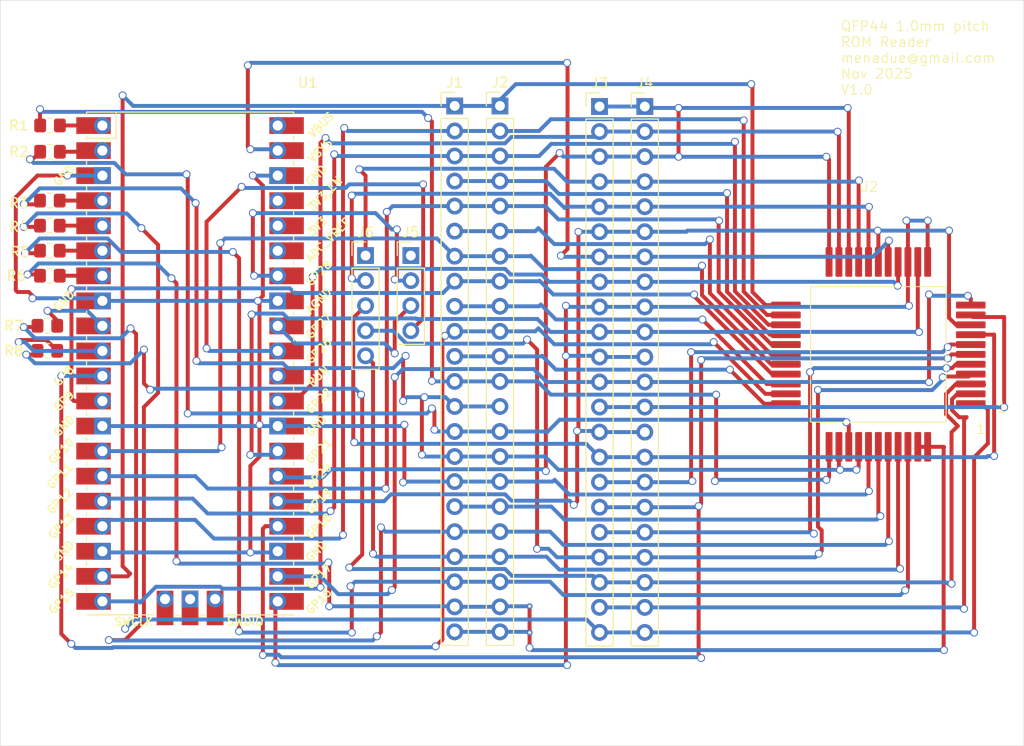
<source format=kicad_pcb>
(kicad_pcb (version 20241229) (generator "pcbnew") (generator_version "9.0")
  (layers (0 "F.Cu" signal) (2 "B.Cu" signal) (13 "F.Paste" user) (15 "B.Paste" user) (5 "F.SilkS" user "F.Silkscreen") (7 "B.SilkS" user "B.Silkscreen") (1 "F.Mask" user) (3 "B.Mask" user) (25 "Edge.Cuts" user))
  (net 0 "")
  (net 9 "A6")
  (net 10 "A7")
  (net 11 "A12")
  (net 12 "D0")
  (net 13 "A10")
  (net 14 "D2")
  (net 15 "D7")
  (net 16 "A2")
  (net 17 "A4")
  (net 18 "D6")
  (net 19 "A14")
  (net 20 "A9")
  (net 21 "D1")
  (net 22 "D5")
  (net 23 "A11")
  (net 24 "D3")
  (net 25 "A1")
  (net 26 "A5")
  (net 27 "D4")
  (net 28 "A0")
  (net 29 "A3")
  (net 30 "A13")
  (net 31 "A8")
  (net 32 "Net-(J1-Pin_6)")
  (net 33 "Net-(J3-Pin_21)")
  (net 34 "Net-(J1-Pin_9)")
  (net 35 "Net-(J3-Pin_13)")
  (net 36 "+5V")
  (net 37 "Net-(J1-Pin_4)")
  (net 38 "Net-(J1-Pin_17)")
  (net 39 "Net-(J1-Pin_11)")
  (net 40 "Net-(J3-Pin_18)")
  (net 41 "Net-(J3-Pin_16)")
  (net 42 "GND")
  (net 43 "CE3")
  (net 44 "OE")
  (net 45 "CSA")
  (net 46 "CE")
  (net 47 "CSB")
  (net 48 "Net-(J5-Pin_3)")
  (net 49 "Net-(J5-Pin_2)")
  (net 50 "Net-(J5-Pin_4)")
  (net 52 "Net-(U1-GPIO0)")
  (net 53 "Net-(U1-GPIO1)")
  (net 54 "Net-(U1-GPIO2)")
  (net 55 "Net-(U1-GPIO3)")
  (net 56 "Net-(U1-GPIO4)")
  (net 57 "Net-(U1-GPIO5)")
  (net 58 "Net-(U1-GPIO6)")
  (net 59 "Net-(U1-GPIO7)")
  (footprint "Resistor_SMD:R_0805_2012Metric_Pad1.20x1.40mm_HandSolder" (layer "F.Cu") (at 79.867 66.04)
    (property "Reference" "R4")
    (property "Value" "1K")
  )
  (footprint "Resistor_SMD:R_0805_2012Metric_Pad1.20x1.40mm_HandSolder" (layer "F.Cu") (at 79.883 58.547)
    (property "Reference" "R2")
    (property "Value" "1K")
  )
  (footprint "Connector_PinHeader_2.54mm:PinHeader_1x22_P2.54mm_Vertical" (layer "F.Cu") (at 125.52 53.9)
    (property "Reference" "J2")
    (property "Value" "Conn_01x22")
  )
  (footprint "Connector_PinHeader_2.54mm:PinHeader_1x05_P2.54mm_Vertical" (layer "F.Cu") (at 111.89 69.08)
    (property "Reference" "J6")
    (property "Value" "Conn_01x05_Pin")
  )
  (footprint "Resistor_SMD:R_0805_2012Metric_Pad1.20x1.40mm_HandSolder" (layer "F.Cu") (at 79.613 76.2)
    (property "Reference" "R7")
    (property "Value" "1K")
  )
  (footprint "Resistor_SMD:R_0805_2012Metric_Pad1.20x1.40mm_HandSolder" (layer "F.Cu") (at 79.883 55.88)
    (property "Reference" "R1")
    (property "Value" "1K")
  )
  (footprint "MCU_RaspberryPi_and_Boards:RPi_Pico_SMD_TH" (layer "F.Cu") (at 94.09 80.02)
    (property "Reference" "U1")
    (property "Value" "Pico")
  )
  (footprint "ajm-qfp-44-1_0mm_pitch:qfp-44-1_0_pitch" (layer "F.Cu") (at 163.9 79.1)
    (property "Reference" "U2")
    (property "Value" "UC2000 ROM")
  )
  (footprint "Resistor_SMD:R_0805_2012Metric_Pad1.20x1.40mm_HandSolder" (layer "F.Cu") (at 79.867 71.12)
    (property "Reference" "R6")
    (property "Value" "1K")
  )
  (footprint "Connector_PinHeader_2.54mm:PinHeader_1x22_P2.54mm_Vertical" (layer "F.Cu") (at 120.93 53.9)
    (property "Reference" "J1")
    (property "Value" "Conn_01x22")
  )
  (footprint "Connector_PinHeader_2.54mm:PinHeader_1x04_P2.54mm_Vertical" (layer "F.Cu") (at 116.48 69.08)
    (property "Reference" "J5")
    (property "Value" "Conn_01x04_Pin")
  )
  (footprint "Resistor_SMD:R_0805_2012Metric_Pad1.20x1.40mm_HandSolder" (layer "F.Cu") (at 79.867 63.5)
    (property "Reference" "R3")
    (property "Value" "1K")
  )
  (footprint "Connector_PinHeader_2.54mm:PinHeader_1x22_P2.54mm_Vertical" (layer "F.Cu") (at 140.21 53.96)
    (property "Reference" "J4")
    (property "Value" "Conn_01x22")
  )
  (footprint "Resistor_SMD:R_0805_2012Metric_Pad1.20x1.40mm_HandSolder" (layer "F.Cu") (at 79.867 68.58)
    (property "Reference" "R5")
    (property "Value" "1K")
  )
  (footprint "Resistor_SMD:R_0805_2012Metric_Pad1.20x1.40mm_HandSolder" (layer "F.Cu") (at 79.613 78.74)
    (property "Reference" "R8")
    (property "Value" "1K")
  )
  (footprint "Connector_PinHeader_2.54mm:PinHeader_1x22_P2.54mm_Vertical" (layer "F.Cu") (at 135.62 53.96)
    (property "Reference" "J3")
    (property "Value" "Conn_01x22")
  )
  (gr_rect (start 74.836 43.18) (end 178.656 118.81) (stroke (width 0.05)) (fill no) (layer "Edge.Cuts"))
  (gr_text "1" (at 173.736 87.249 0) (layer "F.SilkS") (effects (font (size 1 1) (thickness 0.1)) (justify left bottom)))
  (gr_text "QFP44 1.0mm pitch\nROM Reader\nmenadue@gmail.com\nNov 2025\nV1.0" (at 160.02 52.832 0) (layer "F.SilkS") (effects (font (size 1 1) (thickness 0.1)) (justify left bottom)))
  (segment (start 88.011 101.346) (end 87.747 101.61) (width 0.4) (layer "F.Cu") (net 9))
  (segment (start 87.249 52.832) (end 87.249 100.584) (width 0.4) (layer "F.Cu") (net 9))
  (segment (start 151.13 72.771) (end 151.13 51.816) (width 0.4) (layer "F.Cu") (net 9))
  (segment (start 87.249 100.584) (end 88.011 101.346) (width 0.4) (layer "F.Cu") (net 9))
  (segment (start 152.459 74.1) (end 151.13 72.771) (width 0.4) (layer "F.Cu") (net 9))
  (segment (start 151.13 51.816) (end 151.003 51.689) (width 0.4) (layer "F.Cu") (net 9))
  (segment (start 154.525 74.1) (end 152.459 74.1) (width 0.4) (layer "F.Cu") (net 9))
  (segment (start 87.747 101.61) (end 85.2 101.61) (width 0.4) (layer "F.Cu") (net 9))
  (via (at 87.249 52.832) (size 0.8) (drill 0.6) (layers "F.Cu" "B.Cu") (net 9))
  (via (at 151.003 51.689) (size 0.8) (drill 0.6) (layers "F.Cu" "B.Cu") (net 9))
  (segment (start 151.003 51.689) (end 127.127 51.689) (width 0.4) (layer "B.Cu") (net 9))
  (segment (start 125.52 53.296) (end 125.52 53.9) (width 0.4) (layer "B.Cu") (net 9))
  (segment (start 120.93 53.9) (end 125.52 53.9) (width 0.4) (layer "B.Cu") (net 9))
  (segment (start 127.127 51.689) (end 125.52 53.296) (width 0.4) (layer "B.Cu") (net 9))
  (segment (start 88.317 53.9) (end 87.249 52.832) (width 0.4) (layer "B.Cu") (net 9))
  (segment (start 120.93 53.9) (end 88.317 53.9) (width 0.4) (layer "B.Cu") (net 9))
  (segment (start 159.9 56.649) (end 159.766 56.515) (width 0.4) (layer "F.Cu") (net 10))
  (segment (start 159.9 69.725) (end 159.9 56.649) (width 0.4) (layer "F.Cu") (net 10))
  (segment (start 107.315 57.658) (end 107.315 102.743) (width 0.4) (layer "F.Cu") (net 10))
  (segment (start 107.823 57.15) (end 107.315 57.658) (width 0.4) (layer "F.Cu") (net 10))
  (via (at 107.315 102.743) (size 0.8) (drill 0.6) (layers "F.Cu" "B.Cu") (net 10))
  (via (at 107.823 57.15) (size 0.8) (drill 0.6) (layers "F.Cu" "B.Cu") (net 10))
  (via (at 159.766 56.515) (size 0.8) (drill 0.6) (layers "F.Cu" "B.Cu") (net 10))
  (segment (start 88.91 104.15) (end 85.2 104.15) (width 0.4) (layer "B.Cu") (net 10))
  (segment (start 90.625 102.669) (end 89.027 104.267) (width 0.4) (layer "B.Cu") (net 10))
  (segment (start 126.688182 57.041) (end 126.038182 57.691) (width 0.4) (layer "B.Cu") (net 10))
  (segment (start 140.21 56.5) (end 135.62 56.5) (width 0.4) (layer "B.Cu") (net 10))
  (segment (start 89.027 104.267) (end 88.91 104.15) (width 0.4) (layer "B.Cu") (net 10))
  (segment (start 135.62 56.5) (end 135.079 57.041) (width 0.4) (layer "B.Cu") (net 10))
  (segment (start 107.315 102.743) (end 107.197 102.861) (width 0.4) (layer "B.Cu") (net 10))
  (segment (start 107.197 102.861) (end 97.340182 102.861) (width 0.4) (layer "B.Cu") (net 10))
  (segment (start 97.340182 102.861) (end 97.148182 102.669) (width 0.4) (layer "B.Cu") (net 10))
  (segment (start 126.038182 57.691) (end 108.364 57.691) (width 0.4) (layer "B.Cu") (net 10))
  (segment (start 135.079 57.041) (end 126.688182 57.041) (width 0.4) (layer "B.Cu") (net 10))
  (segment (start 159.766 56.515) (end 159.751 56.5) (width 0.4) (layer "B.Cu") (net 10))
  (segment (start 97.148182 102.669) (end 90.625 102.669) (width 0.4) (layer "B.Cu") (net 10))
  (segment (start 159.751 56.5) (end 140.21 56.5) (width 0.4) (layer "B.Cu") (net 10))
  (segment (start 108.364 57.691) (end 107.823 57.15) (width 0.4) (layer "B.Cu") (net 10))
  (segment (start 143.637 59.055) (end 143.637 54.102) (width 0.4) (layer "F.Cu") (net 11))
  (segment (start 160.9 54.22) (end 160.782 54.102) (width 0.4) (layer "F.Cu") (net 11))
  (segment (start 158.9 59.332) (end 158.623 59.055) (width 0.4) (layer "F.Cu") (net 11))
  (segment (start 131.572 58.674) (end 130.175 60.071) (width 0.4) (layer "F.Cu") (net 11))
  (segment (start 158.9 69.725) (end 158.9 59.332) (width 0.4) (layer "F.Cu") (net 11))
  (segment (start 160.9 69.725) (end 160.9 54.22) (width 0.4) (layer "F.Cu") (net 11))
  (segment (start 130.175 60.071) (end 130.175 90.932) (width 0.4) (layer "F.Cu") (net 11))
  (via (at 160.782 54.102) (size 0.8) (drill 0.6) (layers "F.Cu" "B.Cu") (net 11))
  (via (at 130.175 90.932) (size 0.8) (drill 0.6) (layers "F.Cu" "B.Cu") (net 11))
  (via (at 143.637 54.102) (size 0.8) (drill 0.6) (layers "F.Cu" "B.Cu") (net 11))
  (via (at 143.637 59.055) (size 0.8) (drill 0.6) (layers "F.Cu" "B.Cu") (net 11))
  (via (at 131.572 58.674) (size 0.8) (drill 0.6) (layers "F.Cu" "B.Cu") (net 11))
  (via (at 158.623 59.055) (size 0.8) (drill 0.6) (layers "F.Cu" "B.Cu") (net 11))
  (segment (start 160.782 54.102) (end 143.637 54.102) (width 0.4) (layer "B.Cu") (net 11))
  (segment (start 108.387 90.749) (end 107.569 91.567) (width 0.4) (layer "B.Cu") (net 11))
  (segment (start 135.62 59.04) (end 131.938 59.04) (width 0.4) (layer "B.Cu") (net 11))
  (segment (start 135.62 59.04) (end 140.21 59.04) (width 0.4) (layer "B.Cu") (net 11))
  (segment (start 140.352 54.102) (end 140.21 53.96) (width 0.4) (layer "B.Cu") (net 11))
  (segment (start 158.623 59.055) (end 143.637 59.055) (width 0.4) (layer "B.Cu") (net 11))
  (segment (start 130.175 90.932) (end 129.992 90.749) (width 0.4) (layer "B.Cu") (net 11))
  (segment (start 140.21 59.04) (end 143.622 59.04) (width 0.4) (layer "B.Cu") (net 11))
  (segment (start 129.992 90.749) (end 108.387 90.749) (width 0.4) (layer "B.Cu") (net 11))
  (segment (start 143.622 59.04) (end 143.637 59.055) (width 0.4) (layer "B.Cu") (net 11))
  (segment (start 131.938 59.04) (end 131.572 58.674) (width 0.4) (layer "B.Cu") (net 11))
  (segment (start 135.62 53.96) (end 140.21 53.96) (width 0.4) (layer "B.Cu") (net 11))
  (segment (start 107.569 91.567) (end 103.097 91.567) (width 0.4) (layer "B.Cu") (net 11))
  (segment (start 103.097 91.567) (end 102.98 91.45) (width 0.4) (layer "B.Cu") (net 11))
  (segment (start 143.637 54.102) (end 140.352 54.102) (width 0.4) (layer "B.Cu") (net 11))
  (segment (start 158.9 88.475) (end 158.9 91.544) (width 0.4) (layer "F.Cu") (net 12))
  (segment (start 147.32 91.948) (end 147.447 91.821) (width 0.4) (layer "F.Cu") (net 12))
  (segment (start 78.867 54.229) (end 78.867 55.864) (width 0.4) (layer "F.Cu") (net 12))
  (segment (start 147.447 91.821) (end 147.447 83.185) (width 0.4) (layer "F.Cu") (net 12))
  (segment (start 78.867 55.864) (end 78.883 55.88) (width 0.4) (layer "F.Cu") (net 12))
  (segment (start 158.9 91.544) (end 158.623 91.821) (width 0.4) (layer "F.Cu") (net 12))
  (segment (start 118.618 55.499) (end 118.237 55.118) (width 0.4) (layer "F.Cu") (net 12))
  (segment (start 118.618 81.788) (end 118.618 55.499) (width 0.4) (layer "F.Cu") (net 12))
  (via (at 118.237 55.118) (size 0.8) (drill 0.6) (layers "F.Cu" "B.Cu") (net 12))
  (via (at 147.447 83.185) (size 0.8) (drill 0.6) (layers "F.Cu" "B.Cu") (net 12))
  (via (at 158.623 91.821) (size 0.8) (drill 0.6) (layers "F.Cu" "B.Cu") (net 12))
  (via (at 78.867 54.229) (size 0.8) (drill 0.6) (layers "F.Cu" "B.Cu") (net 12))
  (via (at 118.618 81.788) (size 0.8) (drill 0.6) (layers "F.Cu" "B.Cu") (net 12))
  (via (at 147.32 91.948) (size 0.8) (drill 0.6) (layers "F.Cu" "B.Cu") (net 12))
  (segment (start 79.139 54.501) (end 78.867 54.229) (width 0.4) (layer "B.Cu") (net 12))
  (segment (start 130.683 83.185) (end 129.286 81.788) (width 0.4) (layer "B.Cu") (net 12))
  (segment (start 129.234 81.84) (end 125.52 81.84) (width 0.4) (layer "B.Cu") (net 12))
  (segment (start 147.447 91.821) (end 147.32 91.948) (width 0.4) (layer "B.Cu") (net 12))
  (segment (start 117.62 54.501) (end 86.589 54.501) (width 0.4) (layer "B.Cu") (net 12))
  (segment (start 86.589 54.501) (end 79.139 54.501) (width 0.4) (layer "B.Cu") (net 12))
  (segment (start 158.623 91.821) (end 147.447 91.821) (width 0.4) (layer "B.Cu") (net 12))
  (segment (start 118.237 55.118) (end 117.62 54.501) (width 0.4) (layer "B.Cu") (net 12))
  (segment (start 129.286 81.788) (end 129.234 81.84) (width 0.4) (layer "B.Cu") (net 12))
  (segment (start 120.93 81.84) (end 118.67 81.84) (width 0.4) (layer "B.Cu") (net 12))
  (segment (start 118.67 81.84) (end 118.618 81.788) (width 0.4) (layer "B.Cu") (net 12))
  (segment (start 125.52 81.84) (end 120.93 81.84) (width 0.4) (layer "B.Cu") (net 12))
  (segment (start 147.447 83.185) (end 130.683 83.185) (width 0.4) (layer "B.Cu") (net 12))
  (segment (start 101.473 109.601) (end 101.473 96.774) (width 0.4) (layer "F.Cu") (net 13))
  (segment (start 145.669 94.488) (end 145.669 109.639) (width 0.4) (layer "F.Cu") (net 13))
  (segment (start 173.275 79.1) (end 171.344 79.1) (width 0.4) (layer "F.Cu") (net 13))
  (segment (start 101.473 96.774) (end 101.727 96.52) (width 0.4) (layer "F.Cu") (net 13))
  (segment (start 145.669 109.639) (end 145.923 109.893) (width 0.4) (layer "F.Cu") (net 13))
  (segment (start 145.923 94.234) (end 145.669 94.488) (width 0.4) (layer "F.Cu") (net 13))
  (segment (start 171.344 79.1) (end 170.942 79.502) (width 0.4) (layer "F.Cu") (net 13))
  (segment (start 102.97 96.52) (end 102.98 96.53) (width 0.4) (layer "F.Cu") (net 13))
  (segment (start 101.727 96.52) (end 102.97 96.52) (width 0.4) (layer "F.Cu") (net 13))
  (segment (start 145.923 79.671) (end 145.923 94.234) (width 0.4) (layer "F.Cu") (net 13))
  (via (at 101.473 109.601) (size 0.8) (drill 0.6) (layers "F.Cu" "B.Cu") (net 13))
  (via (at 145.923 79.671) (size 0.8) (drill 0.6) (layers "F.Cu" "B.Cu") (net 13))
  (via (at 145.669 94.488) (size 0.8) (drill 0.6) (layers "F.Cu" "B.Cu") (net 13))
  (via (at 145.923 109.893) (size 0.8) (drill 0.6) (layers "F.Cu" "B.Cu") (net 13))
  (via (at 170.942 79.502) (size 0.8) (drill 0.6) (layers "F.Cu" "B.Cu") (net 13))
  (segment (start 145.669 94.488) (end 145.557 94.6) (width 0.4) (layer "B.Cu") (net 13))
  (segment (start 101.512 109.562) (end 101.473 109.601) (width 0.4) (layer "B.Cu") (net 13))
  (segment (start 103.328786 109.816) (end 103.074786 109.562) (width 0.4) (layer "B.Cu") (net 13))
  (segment (start 103.074786 109.562) (end 101.512 109.562) (width 0.4) (layer "B.Cu") (net 13))
  (segment (start 145.557 94.6) (end 140.21 94.6) (width 0.4) (layer "B.Cu") (net 13))
  (segment (start 146.092 79.502) (end 145.923 79.671) (width 0.4) (layer "B.Cu") (net 13))
  (segment (start 145.846 109.816) (end 103.328786 109.816) (width 0.4) (layer "B.Cu") (net 13))
  (segment (start 170.942 79.502) (end 146.092 79.502) (width 0.4) (layer "B.Cu") (net 13))
  (segment (start 140.21 94.6) (end 135.62 94.6) (width 0.4) (layer "B.Cu") (net 13))
  (segment (start 145.923 109.893) (end 145.846 109.816) (width 0.4) (layer "B.Cu") (net 13))
  (segment (start 159.9 88.475) (end 159.9 90.685) (width 0.4) (layer "F.Cu") (net 14))
  (segment (start 77.216 63.881) (end 78.486 63.881) (width 0.4) (layer "F.Cu") (net 14))
  (segment (start 161.9 90.576) (end 161.671 90.805) (width 0.4) (layer "F.Cu") (net 14))
  (segment (start 117.602 89.281) (end 117.602 83.693) (width 0.4) (layer "F.Cu") (net 14))
  (segment (start 117.602 83.693) (end 117.856 83.439) (width 0.4) (layer "F.Cu") (net 14))
  (segment (start 78.486 63.881) (end 78.867 63.5) (width 0.4) (layer "F.Cu") (net 14))
  (segment (start 159.9 90.685) (end 160.02 90.805) (width 0.4) (layer "F.Cu") (net 14))
  (segment (start 115.697 83.82) (end 115.697 79.502) (width 0.4) (layer "F.Cu") (net 14))
  (segment (start 94.742 63.843) (end 94.653 63.754) (width 0.4) (layer "F.Cu") (net 14))
  (segment (start 94.742 79.756) (end 94.742 63.843) (width 0.4) (layer "F.Cu") (net 14))
  (segment (start 161.9 88.475) (end 161.9 90.576) (width 0.4) (layer "F.Cu") (net 14))
  (segment (start 115.697 79.502) (end 115.951 79.248) (width 0.4) (layer "F.Cu") (net 14))
  (via (at 117.856 83.439) (size 0.8) (drill 0.6) (layers "F.Cu" "B.Cu") (net 14))
  (via (at 161.671 90.805) (size 0.8) (drill 0.6) (layers "F.Cu" "B.Cu") (net 14))
  (via (at 160.02 90.805) (size 0.8) (drill 0.6) (layers "F.Cu" "B.Cu") (net 14))
  (via (at 115.697 83.82) (size 0.8) (drill 0.6) (layers "F.Cu" "B.Cu") (net 14))
  (via (at 94.653 63.754) (size 0.8) (drill 0.6) (layers "F.Cu" "B.Cu") (net 14))
  (via (at 115.951 79.248) (size 0.8) (drill 0.6) (layers "F.Cu" "B.Cu") (net 14))
  (via (at 77.216 63.881) (size 0.8) (drill 0.6) (layers "F.Cu" "B.Cu") (net 14))
  (via (at 117.602 89.281) (size 0.8) (drill 0.6) (layers "F.Cu" "B.Cu") (net 14))
  (via (at 94.742 79.756) (size 0.8) (drill 0.6) (layers "F.Cu" "B.Cu") (net 14))
  (segment (start 131.445 90.805) (end 130.048 89.408) (width 0.4) (layer "B.Cu") (net 14))
  (segment (start 116.078 83.439) (end 115.697 83.82) (width 0.4) (layer "B.Cu") (net 14))
  (segment (start 115.951 79.248) (end 114.708 80.491) (width 0.4) (layer "B.Cu") (net 14))
  (segment (start 78.838 62.259) (end 77.216 63.881) (width 0.4) (layer "B.Cu") (net 14))
  (segment (start 130.048 89.408) (end 129.996 89.46) (width 0.4) (layer "B.Cu") (net 14))
  (segment (start 117.781 89.46) (end 117.602 89.281) (width 0.4) (layer "B.Cu") (net 14))
  (segment (start 161.671 90.805) (end 160.02 90.805) (width 0.4) (layer "B.Cu") (net 14))
  (segment (start 129.996 89.46) (end 125.52 89.46) (width 0.4) (layer "B.Cu") (net 14))
  (segment (start 119.989 83.439) (end 120.93 84.38) (width 0.4) (layer "B.Cu") (net 14))
  (segment (start 103.988182 80.491) (end 103.498182 80.001) (width 0.4) (layer "B.Cu") (net 14))
  (segment (start 93.158 62.259) (end 78.838 62.259) (width 0.4) (layer "B.Cu") (net 14))
  (segment (start 117.856 83.439) (end 116.078 83.439) (width 0.4) (layer "B.Cu") (net 14))
  (segment (start 160.02 90.805) (end 131.445 90.805) (width 0.4) (layer "B.Cu") (net 14))
  (segment (start 120.93 89.46) (end 117.781 89.46) (width 0.4) (layer "B.Cu") (net 14))
  (segment (start 103.498182 80.001) (end 94.987 80.001) (width 0.4) (layer "B.Cu") (net 14))
  (segment (start 94.987 80.001) (end 94.742 79.756) (width 0.4) (layer "B.Cu") (net 14))
  (segment (start 114.708 80.491) (end 103.988182 80.491) (width 0.4) (layer "B.Cu") (net 14))
  (segment (start 120.93 84.38) (end 125.52 84.38) (width 0.4) (layer "B.Cu") (net 14))
  (segment (start 117.856 83.439) (end 119.989 83.439) (width 0.4) (layer "B.Cu") (net 14))
  (segment (start 94.653 63.754) (end 93.158 62.259) (width 0.4) (layer "B.Cu") (net 14))
  (segment (start 125.52 89.46) (end 120.93 89.46) (width 0.4) (layer "B.Cu") (net 14))
  (segment (start 89.412 82.046) (end 89.412 78.613) (width 0.4) (layer "F.Cu") (net 15))
  (segment (start 110.236 100.711) (end 111.545 99.402) (width 0.4) (layer "F.Cu") (net 15))
  (segment (start 77.47 79.121) (end 78.232 79.121) (width 0.4) (layer "F.Cu") (net 15))
  (segment (start 171.958 86.36) (end 171.323 86.995) (width 0.4) (layer "F.Cu") (net 15))
  (segment (start 173.275 82.1) (end 174.575 82.1) (width 0.4) (layer "F.Cu") (net 15))
  (segment (start 90.043 82.677) (end 89.412 82.046) (width 0.4) (layer "F.Cu") (net 15))
  (segment (start 173.275 82.1) (end 171.775 82.1) (width 0.4) (layer "F.Cu") (net 15))
  (segment (start 174.575 82.1) (end 174.625 82.15) (width 0.4) (layer "F.Cu") (net 15))
  (segment (start 170.773 83.102) (end 170.773 85.175) (width 0.4) (layer "F.Cu") (net 15))
  (segment (start 111.545 99.402) (end 111.545 83.291) (width 0.4) (layer "F.Cu") (net 15))
  (segment (start 170.773 85.175) (end 171.958 86.36) (width 0.4) (layer "F.Cu") (net 15))
  (segment (start 171.775 82.1) (end 170.773 83.102) (width 0.4) (layer "F.Cu") (net 15))
  (segment (start 111.545 83.291) (end 111.439 83.185) (width 0.4) (layer "F.Cu") (net 15))
  (segment (start 171.323 86.995) (end 171.323 102.362) (width 0.4) (layer "F.Cu") (net 15))
  (segment (start 78.232 79.121) (end 78.613 78.74) (width 0.4) (layer "F.Cu") (net 15))
  (via (at 111.439 83.185) (size 0.8) (drill 0.6) (layers "F.Cu" "B.Cu") (net 15))
  (via (at 89.412 78.613) (size 0.8) (drill 0.6) (layers "F.Cu" "B.Cu") (net 15))
  (via (at 171.323 102.362) (size 0.8) (drill 0.6) (layers "F.Cu" "B.Cu") (net 15))
  (via (at 90.043 82.677) (size 0.8) (drill 0.6) (layers "F.Cu" "B.Cu") (net 15))
  (via (at 110.236 100.711) (size 0.8) (drill 0.6) (layers "F.Cu" "B.Cu") (net 15))
  (via (at 77.47 79.121) (size 0.8) (drill 0.6) (layers "F.Cu" "B.Cu") (net 15))
  (segment (start 78.35 80.001) (end 77.47 79.121) (width 0.4) (layer "B.Cu") (net 15))
  (segment (start 171.323 102.362) (end 170.942 102.362) (width 0.4) (layer "B.Cu") (net 15))
  (segment (start 170.942 102.362) (end 170.8 102.22) (width 0.4) (layer "B.Cu") (net 15))
  (segment (start 126.726182 101.559) (end 126.038182 100.871) (width 0.4) (layer "B.Cu") (net 15))
  (segment (start 110.833 82.579) (end 90.141 82.579) (width 0.4) (layer "B.Cu") (net 15))
  (segment (start 134.959 101.559) (end 126.726182 101.559) (width 0.4) (layer "B.Cu") (net 15))
  (segment (start 135.62 102.22) (end 134.959 101.559) (width 0.4) (layer "B.Cu") (net 15))
  (segment (start 126.038182 100.871) (end 110.396 100.871) (width 0.4) (layer "B.Cu") (net 15))
  (segment (start 135.62 102.22) (end 140.21 102.22) (width 0.4) (layer "B.Cu") (net 15))
  (segment (start 89.412 78.613) (end 88.024 80.001) (width 0.4) (layer "B.Cu") (net 15))
  (segment (start 170.8 102.22) (end 140.21 102.22) (width 0.4) (layer "B.Cu") (net 15))
  (segment (start 110.396 100.871) (end 110.236 100.711) (width 0.4) (layer "B.Cu") (net 15))
  (segment (start 88.024 80.001) (end 78.35 80.001) (width 0.4) (layer "B.Cu") (net 15))
  (segment (start 111.439 83.185) (end 110.833 82.579) (width 0.4) (layer "B.Cu") (net 15))
  (segment (start 90.141 82.579) (end 90.043 82.677) (width 0.4) (layer "B.Cu") (net 15))
  (segment (start 153.025 80.1) (end 146.012 73.087) (width 0.4) (layer "F.Cu") (net 16))
  (segment (start 154.525 80.1) (end 153.025 80.1) (width 0.4) (layer "F.Cu") (net 16))
  (segment (start 97.155 67.818) (end 97.155 88.392) (width 0.4) (layer "F.Cu") (net 16))
  (segment (start 97.155 88.392) (end 97.282 88.519) (width 0.4) (layer "F.Cu") (net 16))
  (segment (start 146.012 73.087) (end 146.012 70.104) (width 0.4) (layer "F.Cu") (net 16))
  (via (at 97.155 67.818) (size 0.8) (drill 0.6) (layers "F.Cu" "B.Cu") (net 16))
  (via (at 146.012 70.104) (size 0.8) (drill 0.6) (layers "F.Cu" "B.Cu") (net 16))
  (via (at 97.282 88.519) (size 0.8) (drill 0.6) (layers "F.Cu" "B.Cu") (net 16))
  (segment (start 96.891 88.91) (end 85.2 88.91) (width 0.4) (layer "B.Cu") (net 16))
  (segment (start 146.012 70.104) (end 145.665 70.451) (width 0.4) (layer "B.Cu") (net 16))
  (segment (start 128.599 69.14) (end 125.52 69.14) (width 0.4) (layer "B.Cu") (net 16))
  (segment (start 119.129 67.339) (end 97.634 67.339) (width 0.4) (layer "B.Cu") (net 16))
  (segment (start 130.014 70.451) (end 128.651 69.088) (width 0.4) (layer "B.Cu") (net 16))
  (segment (start 97.282 88.519) (end 96.891 88.91) (width 0.4) (layer "B.Cu") (net 16))
  (segment (start 145.665 70.451) (end 130.014 70.451) (width 0.4) (layer "B.Cu") (net 16))
  (segment (start 97.634 67.339) (end 97.155 67.818) (width 0.4) (layer "B.Cu") (net 16))
  (segment (start 120.93 69.14) (end 119.129 67.339) (width 0.4) (layer "B.Cu") (net 16))
  (segment (start 120.93 69.14) (end 125.52 69.14) (width 0.4) (layer "B.Cu") (net 16))
  (segment (start 128.651 69.088) (end 128.599 69.14) (width 0.4) (layer "B.Cu") (net 16))
  (segment (start 108.712 58.801) (end 108.712 94.615) (width 0.4) (layer "F.Cu") (net 17))
  (segment (start 149.352 72.692884) (end 149.352 57.531) (width 0.4) (layer "F.Cu") (net 17))
  (segment (start 152.759116 76.1) (end 149.352 72.692884) (width 0.4) (layer "F.Cu") (net 17))
  (segment (start 108.712 94.615) (end 108.331 94.996) (width 0.4) (layer "F.Cu") (net 17))
  (segment (start 154.525 76.1) (end 152.759116 76.1) (width 0.4) (layer "F.Cu") (net 17))
  (via (at 108.712 58.801) (size 0.8) (drill 0.6) (layers "F.Cu" "B.Cu") (net 17))
  (via (at 108.331 94.996) (size 0.8) (drill 0.6) (layers "F.Cu" "B.Cu") (net 17))
  (via (at 149.352 57.531) (size 0.8) (drill 0.6) (layers "F.Cu" "B.Cu") (net 17))
  (segment (start 120.93 58.98) (end 125.52 58.98) (width 0.4) (layer "B.Cu") (net 17))
  (segment (start 130.717 57.751) (end 129.488 58.98) (width 0.4) (layer "B.Cu") (net 17))
  (segment (start 94.361 93.726) (end 85.464 93.726) (width 0.4) (layer "B.Cu") (net 17))
  (segment (start 85.464 93.726) (end 85.2 93.99) (width 0.4) (layer "B.Cu") (net 17))
  (segment (start 108.891 58.98) (end 108.712 58.801) (width 0.4) (layer "B.Cu") (net 17))
  (segment (start 129.488 58.98) (end 125.52 58.98) (width 0.4) (layer "B.Cu") (net 17))
  (segment (start 149.352 57.531) (end 149.132 57.751) (width 0.4) (layer "B.Cu") (net 17))
  (segment (start 108.331 94.996) (end 108.086 95.241) (width 0.4) (layer "B.Cu") (net 17))
  (segment (start 95.876 95.241) (end 94.361 93.726) (width 0.4) (layer "B.Cu") (net 17))
  (segment (start 149.132 57.751) (end 130.717 57.751) (width 0.4) (layer "B.Cu") (net 17))
  (segment (start 108.086 95.241) (end 95.876 95.241) (width 0.4) (layer "B.Cu") (net 17))
  (segment (start 120.93 58.98) (end 108.891 58.98) (width 0.4) (layer "B.Cu") (net 17))
  (segment (start 78.486 76.327) (end 78.613 76.2) (width 0.4) (layer "F.Cu") (net 18))
  (segment (start 77.216 76.327) (end 78.486 76.327) (width 0.4) (layer "F.Cu") (net 18))
  (segment (start 88.612 105.825) (end 88.612 77.017) (width 0.4) (layer "F.Cu") (net 18))
  (segment (start 173.609 89.535) (end 173.609 107.315) (width 0.4) (layer "F.Cu") (net 18))
  (segment (start 88.612 77.017) (end 88.049 76.454) (width 0.4) (layer "F.Cu") (net 18))
  (segment (start 174.371 84.074) (end 175.006 84.709) (width 0.4) (layer "F.Cu") (net 18))
  (segment (start 174.345 84.1) (end 174.371 84.074) (width 0.4) (layer "F.Cu") (net 18))
  (segment (start 175.006 84.709) (end 175.006 88.138) (width 0.4) (layer "F.Cu") (net 18))
  (segment (start 87.503 106.934) (end 88.612 105.825) (width 0.4) (layer "F.Cu") (net 18))
  (segment (start 175.006 88.138) (end 173.609 89.535) (width 0.4) (layer "F.Cu") (net 18))
  (segment (start 173.275 84.1) (end 174.345 84.1) (width 0.4) (layer "F.Cu") (net 18))
  (via (at 173.609 107.315) (size 0.8) (drill 0.6) (layers "F.Cu" "B.Cu") (net 18))
  (via (at 77.216 76.327) (size 0.8) (drill 0.6) (layers "F.Cu" "B.Cu") (net 18))
  (via (at 88.049 76.454) (size 0.8) (drill 0.6) (layers "F.Cu" "B.Cu") (net 18))
  (via (at 87.503 106.934) (size 0.8) (drill 0.6) (layers "F.Cu" "B.Cu") (net 18))
  (segment (start 88.049 76.454) (end 87.042 77.461) (width 0.4) (layer "B.Cu") (net 18))
  (segment (start 173.594 107.3) (end 140.21 107.3) (width 0.4) (layer "B.Cu") (net 18))
  (segment (start 88.448 105.989) (end 87.503 106.934) (width 0.4) (layer "B.Cu") (net 18))
  (segment (start 78.35 77.461) (end 77.216 76.327) (width 0.4) (layer "B.Cu") (net 18))
  (segment (start 135.62 107.3) (end 134.309 105.989) (width 0.4) (layer "B.Cu") (net 18))
  (segment (start 173.609 107.315) (end 173.594 107.3) (width 0.4) (layer "B.Cu") (net 18))
  (segment (start 135.62 107.3) (end 140.21 107.3) (width 0.4) (layer "B.Cu") (net 18))
  (segment (start 87.042 77.461) (end 78.35 77.461) (width 0.4) (layer "B.Cu") (net 18))
  (segment (start 134.309 105.989) (end 88.448 105.989) (width 0.4) (layer "B.Cu") (net 18))
  (segment (start 165.9 69.725) (end 165.9 72.098) (width 0.4) (layer "F.Cu") (net 19))
  (segment (start 104.742 83.83) (end 102.98 83.83) (width 0.4) (layer "F.Cu") (net 19))
  (segment (start 106.515 82.057) (end 104.742 83.83) (width 0.4) (layer "F.Cu") (net 19))
  (segment (start 165.9 72.098) (end 165.862 72.136) (width 0.4) (layer "F.Cu") (net 19))
  (segment (start 106.515 71.247) (end 106.515 82.057) (width 0.4) (layer "F.Cu") (net 19))
  (via (at 106.515 71.247) (size 0.8) (drill 0.6) (layers "F.Cu" "B.Cu") (net 19))
  (via (at 165.862 72.136) (size 0.8) (drill 0.6) (layers "F.Cu" "B.Cu") (net 19))
  (segment (start 117.658 70.429) (end 117.598 70.369) (width 0.4) (layer "B.Cu") (net 19))
  (segment (start 165.466 71.74) (end 140.21 71.74) (width 0.4) (layer "B.Cu") (net 19))
  (segment (start 135.62 71.74) (end 130.501942 71.74) (width 0.4) (layer "B.Cu") (net 19))
  (segment (start 165.862 72.136) (end 165.466 71.74) (width 0.4) (layer "B.Cu") (net 19))
  (segment (start 130.501942 71.74) (end 129.763351 71.001409) (width 0.4) (layer "B.Cu") (net 19))
  (segment (start 107.393 70.369) (end 106.515 71.247) (width 0.4) (layer "B.Cu") (net 19))
  (segment (start 126.610591 71.001409) (end 126.038182 70.429) (width 0.4) (layer "B.Cu") (net 19))
  (segment (start 126.038182 70.429) (end 117.658 70.429) (width 0.4) (layer "B.Cu") (net 19))
  (segment (start 129.763351 71.001409) (end 126.610591 71.001409) (width 0.4) (layer "B.Cu") (net 19))
  (segment (start 135.62 71.74) (end 140.21 71.74) (width 0.4) (layer "B.Cu") (net 19))
  (segment (start 117.598 70.369) (end 107.393 70.369) (width 0.4) (layer "B.Cu") (net 19))
  (segment (start 114.846 81.407) (end 114.846 102.705) (width 0.4) (layer "F.Cu") (net 20))
  (segment (start 173.275 73.453) (end 172.974 73.152) (width 0.4) (layer "F.Cu") (net 20))
  (segment (start 169.037 73.025) (end 169.037 81.915) (width 0.4) (layer "F.Cu") (net 20))
  (segment (start 114.846 102.705) (end 114.554 102.997) (width 0.4) (layer "F.Cu") (net 20))
  (segment (start 173.275 74.1) (end 173.275 73.453) (width 0.4) (layer "F.Cu") (net 20))
  (via (at 114.554 102.997) (size 0.8) (drill 0.6) (layers "F.Cu" "B.Cu") (net 20))
  (via (at 172.974 73.152) (size 0.8) (drill 0.6) (layers "F.Cu" "B.Cu") (net 20))
  (via (at 169.037 81.915) (size 0.8) (drill 0.6) (layers "F.Cu" "B.Cu") (net 20))
  (via (at 169.037 73.025) (size 0.8) (drill 0.6) (layers "F.Cu" "B.Cu") (net 20))
  (via (at 114.846 81.407) (size 0.8) (drill 0.6) (layers "F.Cu" "B.Cu") (net 20))
  (segment (start 140.21 81.9) (end 135.62 81.9) (width 0.4) (layer "B.Cu") (net 20))
  (segment (start 107.314786 101.61) (end 102.98 101.61) (width 0.4) (layer "B.Cu") (net 20))
  (segment (start 169.164 73.152) (end 169.037 73.025) (width 0.4) (layer "B.Cu") (net 20))
  (segment (start 115.664 80.589) (end 114.846 81.407) (width 0.4) (layer "B.Cu") (net 20))
  (segment (start 169.022 81.9) (end 140.21 81.9) (width 0.4) (layer "B.Cu") (net 20))
  (segment (start 172.974 73.152) (end 169.164 73.152) (width 0.4) (layer "B.Cu") (net 20))
  (segment (start 128.936942 80.589) (end 115.664 80.589) (width 0.4) (layer "B.Cu") (net 20))
  (segment (start 130.247942 81.9) (end 128.936942 80.589) (width 0.4) (layer "B.Cu") (net 20))
  (segment (start 109.121786 103.417) (end 107.314786 101.61) (width 0.4) (layer "B.Cu") (net 20))
  (segment (start 169.037 81.915) (end 169.022 81.9) (width 0.4) (layer "B.Cu") (net 20))
  (segment (start 135.62 81.9) (end 130.247942 81.9) (width 0.4) (layer "B.Cu") (net 20))
  (segment (start 114.134 103.417) (end 109.121786 103.417) (width 0.4) (layer "B.Cu") (net 20))
  (segment (start 114.554 102.997) (end 114.134 103.417) (width 0.4) (layer "B.Cu") (net 20))
  (segment (start 160.9 86.224) (end 160.655 85.979) (width 0.4) (layer "F.Cu") (net 21))
  (segment (start 118.872 84.836) (end 118.618 84.582) (width 0.4) (layer "F.Cu") (net 21))
  (segment (start 77.851 59.309) (end 78.121 59.309) (width 0.4) (layer "F.Cu") (net 21))
  (segment (start 93.853 85.09) (end 93.853 60.96) (width 0.4) (layer "F.Cu") (net 21))
  (segment (start 118.872 86.741) (end 118.872 84.836) (width 0.4) (layer "F.Cu") (net 21))
  (segment (start 160.9 88.475) (end 160.9 86.224) (width 0.4) (layer "F.Cu") (net 21))
  (segment (start 78.121 59.309) (end 78.883 58.547) (width 0.4) (layer "F.Cu") (net 21))
  (segment (start 93.853 60.96) (end 93.726 60.833) (width 0.4) (layer "F.Cu") (net 21))
  (via (at 77.851 59.309) (size 0.8) (drill 0.6) (layers "F.Cu" "B.Cu") (net 21))
  (via (at 93.853 85.09) (size 0.8) (drill 0.6) (layers "F.Cu" "B.Cu") (net 21))
  (via (at 160.655 85.979) (size 0.8) (drill 0.6) (layers "F.Cu" "B.Cu") (net 21))
  (via (at 118.872 86.741) (size 0.8) (drill 0.6) (layers "F.Cu" "B.Cu") (net 21))
  (via (at 93.726 60.833) (size 0.8) (drill 0.6) (layers "F.Cu" "B.Cu") (net 21))
  (via (at 118.618 84.582) (size 0.8) (drill 0.6) (layers "F.Cu" "B.Cu") (net 21))
  (segment (start 120.93 86.92) (end 125.52 86.92) (width 0.4) (layer "B.Cu") (net 21))
  (segment (start 93.726 60.833) (end 87.565 60.833) (width 0.4) (layer "B.Cu") (net 21))
  (segment (start 160.655 85.979) (end 160.405 85.729) (width 0.4) (layer "B.Cu") (net 21))
  (segment (start 86.413 59.681) (end 78.223 59.681) (width 0.4) (layer "B.Cu") (net 21))
  (segment (start 130.302 86.995) (end 130.227 86.92) (width 0.4) (layer "B.Cu") (net 21))
  (segment (start 131.568 85.729) (end 130.302 86.995) (width 0.4) (layer "B.Cu") (net 21))
  (segment (start 130.227 86.92) (end 125.52 86.92) (width 0.4) (layer "B.Cu") (net 21))
  (segment (start 160.405 85.729) (end 131.568 85.729) (width 0.4) (layer "B.Cu") (net 21))
  (segment (start 118.618 84.582) (end 118.11 85.09) (width 0.4) (layer "B.Cu") (net 21))
  (segment (start 118.11 85.09) (end 93.853 85.09) (width 0.4) (layer "B.Cu") (net 21))
  (segment (start 120.93 86.92) (end 119.051 86.92) (width 0.4) (layer "B.Cu") (net 21))
  (segment (start 87.565 60.833) (end 86.413 59.681) (width 0.4) (layer "B.Cu") (net 21))
  (segment (start 119.051 86.92) (end 118.872 86.741) (width 0.4) (layer "B.Cu") (net 21))
  (segment (start 78.223 59.681) (end 77.851 59.309) (width 0.4) (layer "B.Cu") (net 21))
  (segment (start 170.561 88.519) (end 170.522 88.558) (width 0.4) (layer "F.Cu") (net 22))
  (segment (start 77.597 70.993) (end 78.74 70.993) (width 0.4) (layer "F.Cu") (net 22))
  (segment (start 170.517 88.475) (end 170.561 88.519) (width 0.4) (layer "F.Cu") (net 22))
  (segment (start 170.522 88.558) (end 170.522 109.054) (width 0.4) (layer "F.Cu") (net 22))
  (segment (start 168.9 88.475) (end 167.9 88.475) (width 0.4) (layer "F.Cu") (net 22))
  (segment (start 92.71 100.076) (end 92.71 71.882) (width 0.4) (layer "F.Cu") (net 22))
  (segment (start 168.9 88.475) (end 170.517 88.475) (width 0.4) (layer "F.Cu") (net 22))
  (segment (start 92.71 71.882) (end 92.202 71.374) (width 0.4) (layer "F.Cu") (net 22))
  (segment (start 108.204 104.648) (end 108.204 100.292) (width 0.4) (layer "F.Cu") (net 22))
  (segment (start 128.524 107.315) (end 128.524 104.648) (width 0.4) (layer "F.Cu") (net 22))
  (segment (start 128.524 108.839) (end 128.524 107.315) (width 0.4) (layer "F.Cu") (net 22))
  (segment (start 78.74 70.993) (end 78.867 71.12) (width 0.4) (layer "F.Cu") (net 22))
  (segment (start 170.522 109.054) (end 170.561 109.093) (width 0.4) (layer "F.Cu") (net 22))
  (segment (start 108.204 100.292) (end 108.115 100.203) (width 0.4) (layer "F.Cu") (net 22))
  (via (at 128.524 108.839) (size 0.8) (drill 0.6) (layers "F.Cu" "B.Cu") (net 22))
  (via (at 92.202 71.374) (size 0.8) (drill 0.6) (layers "F.Cu" "B.Cu") (net 22))
  (via (at 92.71 100.076) (size 0.8) (drill 0.6) (layers "F.Cu" "B.Cu") (net 22))
  (via (at 108.204 104.648) (size 0.8) (drill 0.6) (layers "F.Cu" "B.Cu") (net 22))
  (via (at 128.524 107.315) (size 0.6) (drill 0.3) (layers "F.Cu" "B.Cu") (net 22))
  (via (at 77.597 70.993) (size 0.8) (drill 0.6) (layers "F.Cu" "B.Cu") (net 22))
  (via (at 170.561 109.093) (size 0.8) (drill 0.6) (layers "F.Cu" "B.Cu") (net 22))
  (via (at 128.524 104.648) (size 0.6) (drill 0.3) (layers "F.Cu" "B.Cu") (net 22))
  (via (at 108.115 100.203) (size 0.8) (drill 0.6) (layers "F.Cu" "B.Cu") (net 22))
  (segment (start 90.707 69.879) (end 78.711 69.879) (width 0.4) (layer "B.Cu") (net 22))
  (segment (start 120.93 107.24) (end 125.52 107.24) (width 0.4) (layer "B.Cu") (net 22))
  (segment (start 120.93 104.7) (end 120.878 104.648) (width 0.4) (layer "B.Cu") (net 22))
  (segment (start 128.449 107.24) (end 128.524 107.315) (width 0.4) (layer "B.Cu") (net 22))
  (segment (start 128.524 104.648) (end 125.572 104.648) (width 0.4) (layer "B.Cu") (net 22))
  (segment (start 125.52 107.24) (end 128.449 107.24) (width 0.4) (layer "B.Cu") (net 22))
  (segment (start 108.115 100.203) (end 107.997 100.321) (width 0.4) (layer "B.Cu") (net 22))
  (segment (start 170.561 109.093) (end 128.778 109.093) (width 0.4) (layer "B.Cu") (net 22))
  (segment (start 78.711 69.879) (end 77.597 70.993) (width 0.4) (layer "B.Cu") (net 22))
  (segment (start 125.52 104.7) (end 120.93 104.7) (width 0.4) (layer "B.Cu") (net 22))
  (segment (start 128.778 109.093) (end 128.524 108.839) (width 0.4) (layer "B.Cu") (net 22))
  (segment (start 125.572 104.648) (end 125.52 104.7) (width 0.4) (layer "B.Cu") (net 22))
  (segment (start 92.202 71.374) (end 90.707 69.879) (width 0.4) (layer "B.Cu") (net 22))
  (segment (start 107.997 100.321) (end 92.955 100.321) (width 0.4) (layer "B.Cu") (net 22))
  (segment (start 92.955 100.321) (end 92.71 100.076) (width 0.4) (layer "B.Cu") (net 22))
  (segment (start 120.878 104.648) (end 108.204 104.648) (width 0.4) (layer "B.Cu") (net 22))
  (segment (start 171.069 75.394) (end 171.069 66.548) (width 0.4) (layer "F.Cu") (net 23))
  (segment (start 133.35 94.018) (end 133.007 94.361) (width 0.4) (layer "F.Cu") (net 23))
  (segment (start 133.477 66.675) (end 133.477 86.741) (width 0.4) (layer "F.Cu") (net 23))
  (segment (start 173.275 76.1) (end 171.775 76.1) (width 0.4) (layer "F.Cu") (net 23))
  (segment (start 163.9 69.725) (end 163.9 66.618) (width 0.4) (layer "F.Cu") (net 23))
  (segment (start 133.477 86.741) (end 133.35 86.868) (width 0.4) (layer "F.Cu") (net 23))
  (segment (start 133.35 86.868) (end 133.35 94.018) (width 0.4) (layer "F.Cu") (net 23))
  (segment (start 171.775 76.1) (end 171.069 75.394) (width 0.4) (layer "F.Cu") (net 23))
  (segment (start 163.9 66.618) (end 163.83 66.548) (width 0.4) (layer "F.Cu") (net 23))
  (via (at 133.007 94.361) (size 0.8) (drill 0.6) (layers "F.Cu" "B.Cu") (net 23))
  (via (at 163.83 66.548) (size 0.8) (drill 0.6) (layers "F.Cu" "B.Cu") (net 23))
  (via (at 133.35 86.868) (size 0.8) (drill 0.6) (layers "F.Cu" "B.Cu") (net 23))
  (via (at 133.477 66.675) (size 0.8) (drill 0.6) (layers "F.Cu" "B.Cu") (net 23))
  (via (at 171.069 66.548) (size 0.8) (drill 0.6) (layers "F.Cu" "B.Cu") (net 23))
  (segment (start 135.508 86.868) (end 135.62 86.98) (width 0.4) (layer "B.Cu") (net 23))
  (segment (start 126.038182 93.289) (end 114.472786 93.289) (width 0.4) (layer "B.Cu") (net 23))
  (segment (start 114.472786 93.289) (end 113.771786 93.99) (width 0.4) (layer "B.Cu") (net 23))
  (segment (start 133.35 86.868) (end 135.508 86.868) (width 0.4) (layer "B.Cu") (net 23))
  (segment (start 126.688182 93.939) (end 126.038182 93.289) (width 0.4) (layer "B.Cu") (net 23))
  (segment (start 144.526 66.548) (end 144.414 66.66) (width 0.4) (layer "B.Cu") (net 23))
  (segment (start 140.21 66.66) (end 135.62 66.66) (width 0.4) (layer "B.Cu") (net 23))
  (segment (start 113.771786 93.99) (end 102.98 93.99) (width 0.4) (layer "B.Cu") (net 23))
  (segment (start 144.414 66.66) (end 140.21 66.66) (width 0.4) (layer "B.Cu") (net 23))
  (segment (start 133.007 94.361) (end 132.585 93.939) (width 0.4) (layer "B.Cu") (net 23))
  (segment (start 171.069 66.548) (end 163.83 66.548) (width 0.4) (layer "B.Cu") (net 23))
  (segment (start 135.62 66.66) (end 133.492 66.66) (width 0.4) (layer "B.Cu") (net 23))
  (segment (start 163.83 66.548) (end 144.526 66.548) (width 0.4) (layer "B.Cu") (net 23))
  (segment (start 132.585 93.939) (end 126.688182 93.939) (width 0.4) (layer "B.Cu") (net 23))
  (segment (start 133.492 66.66) (end 133.477 66.675) (width 0.4) (layer "B.Cu") (net 23))
  (segment (start 140.21 86.98) (end 135.62 86.98) (width 0.4) (layer "B.Cu") (net 23))
  (segment (start 77.216 66.167) (end 78.74 66.167) (width 0.4) (layer "F.Cu") (net 24))
  (segment (start 85.852 108.077) (end 87.492786 108.077) (width 0.4) (layer "F.Cu") (net 24))
  (segment (start 113.449 96.647) (end 113.449 107.277) (width 0.4) (layer "F.Cu") (net 24))
  (segment (start 87.492786 108.077) (end 89.408 106.161786) (width 0.4) (layer "F.Cu") (net 24))
  (segment (start 78.74 66.167) (end 78.867 66.04) (width 0.4) (layer "F.Cu") (net 24))
  (segment (start 164.9 88.475) (end 164.9 97.971) (width 0.4) (layer "F.Cu") (net 24))
  (segment (start 90.844 83.008786) (end 90.844 67.984) (width 0.4) (layer "F.Cu") (net 24))
  (segment (start 113.449 107.277) (end 113.03 107.696) (width 0.4) (layer "F.Cu") (net 24))
  (segment (start 90.844 67.984) (end 89.154 66.294) (width 0.4) (layer "F.Cu") (net 24))
  (segment (start 89.408 106.161786) (end 89.408 84.444786) (width 0.4) (layer "F.Cu") (net 24))
  (segment (start 89.408 84.444786) (end 90.844 83.008786) (width 0.4) (layer "F.Cu") (net 24))
  (segment (start 164.9 97.971) (end 164.973 98.044) (width 0.4) (layer "F.Cu") (net 24))
  (via (at 85.852 108.077) (size 0.8) (drill 0.6) (layers "F.Cu" "B.Cu") (net 24))
  (via (at 164.973 98.044) (size 0.8) (drill 0.6) (layers "F.Cu" "B.Cu") (net 24))
  (via (at 77.216 66.167) (size 0.8) (drill 0.6) (layers "F.Cu" "B.Cu") (net 24))
  (via (at 89.154 66.294) (size 0.8) (drill 0.6) (layers "F.Cu" "B.Cu") (net 24))
  (via (at 113.449 96.647) (size 0.8) (drill 0.6) (layers "F.Cu" "B.Cu") (net 24))
  (via (at 113.03 107.696) (size 0.8) (drill 0.6) (layers "F.Cu" "B.Cu") (net 24))
  (segment (start 89.154 66.294) (end 87.659 64.799) (width 0.4) (layer "B.Cu") (net 24))
  (segment (start 112.61 108.116) (end 85.891 108.116) (width 0.4) (layer "B.Cu") (net 24))
  (segment (start 85.891 108.116) (end 85.852 108.077) (width 0.4) (layer "B.Cu") (net 24))
  (segment (start 131.953 98.425) (end 130.608 97.08) (width 0.4) (layer "B.Cu") (net 24))
  (segment (start 120.93 97.08) (end 113.882 97.08) (width 0.4) (layer "B.Cu") (net 24))
  (segment (start 120.93 97.08) (end 125.52 97.08) (width 0.4) (layer "B.Cu") (net 24))
  (segment (start 113.882 97.08) (end 113.449 96.647) (width 0.4) (layer "B.Cu") (net 24))
  (segment (start 113.03 107.696) (end 112.61 108.116) (width 0.4) (layer "B.Cu") (net 24))
  (segment (start 164.592 98.425) (end 131.953 98.425) (width 0.4) (layer "B.Cu") (net 24))
  (segment (start 130.608 97.08) (end 125.52 97.08) (width 0.4) (layer "B.Cu") (net 24))
  (segment (start 78.584 64.799) (end 77.216 66.167) (width 0.4) (layer "B.Cu") (net 24))
  (segment (start 87.659 64.799) (end 78.584 64.799) (width 0.4) (layer "B.Cu") (net 24))
  (segment (start 164.973 98.044) (end 164.592 98.425) (width 0.4) (layer "B.Cu") (net 24))
  (segment (start 145.212 73.203) (end 145.212 73.025) (width 0.4) (layer "F.Cu") (net 25))
  (segment (start 82.058703 83.569297) (end 82.319406 83.83) (width 0.4) (layer "F.Cu") (net 25))
  (segment (start 82.058703 72.475575) (end 82.058703 83.569297) (width 0.4) (layer "F.Cu") (net 25))
  (segment (start 153.109 81.1) (end 145.212 73.203) (width 0.4) (layer "F.Cu") (net 25))
  (segment (start 82.319406 83.83) (end 85.2 83.83) (width 0.4) (layer "F.Cu") (net 25))
  (segment (start 154.525 81.1) (end 153.109 81.1) (width 0.4) (layer "F.Cu") (net 25))
  (via (at 82.058703 72.475575) (size 0.8) (drill 0.6) (layers "F.Cu" "B.Cu") (net 25))
  (via (at 145.212 73.025) (size 0.8) (drill 0.6) (layers "F.Cu" "B.Cu") (net 25))
  (segment (start 125.52 71.68) (end 120.93 71.68) (width 0.4) (layer "B.Cu") (net 25))
  (segment (start 104.683 72.871) (end 104.211912 72.399912) (width 0.4) (layer "B.Cu") (net 25))
  (segment (start 104.211912 72.399912) (end 82.134366 72.399912) (width 0.4) (layer "B.Cu") (net 25))
  (segment (start 129.54 71.628) (end 129.488 71.68) (width 0.4) (layer "B.Cu") (net 25))
  (segment (start 145.212 73.025) (end 130.937 73.025) (width 0.4) (layer "B.Cu") (net 25))
  (segment (start 130.937 73.025) (end 129.54 71.628) (width 0.4) (layer "B.Cu") (net 25))
  (segment (start 129.488 71.68) (end 125.52 71.68) (width 0.4) (layer "B.Cu") (net 25))
  (segment (start 120.93 71.68) (end 119.739 72.871) (width 0.4) (layer "B.Cu") (net 25))
  (segment (start 119.739 72.871) (end 104.683 72.871) (width 0.4) (layer "B.Cu") (net 25))
  (segment (start 82.134366 72.399912) (end 82.058703 72.475575) (width 0.4) (layer "B.Cu") (net 25))
  (segment (start 109.601 76.581) (end 109.601 97.409) (width 0.4) (layer "F.Cu") (net 26))
  (segment (start 109.728 56.134) (end 109.601 56.261) (width 0.4) (layer "F.Cu") (net 26))
  (segment (start 109.601 56.261) (end 109.601 76.581) (width 0.4) (layer "F.Cu") (net 26))
  (segment (start 152.609058 75.1) (end 150.241 72.731942) (width 0.4) (layer "F.Cu") (net 26))
  (segment (start 150.241 72.731942) (end 150.241 55.372) (width 0.4) (layer "F.Cu") (net 26))
  (segment (start 154.525 75.1) (end 152.609058 75.1) (width 0.4) (layer "F.Cu") (net 26))
  (via (at 109.728 56.134) (size 0.8) (drill 0.6) (layers "F.Cu" "B.Cu") (net 26))
  (via (at 150.241 55.372) (size 0.8) (drill 0.6) (layers "F.Cu" "B.Cu") (net 26))
  (via (at 109.601 97.409) (size 0.8) (drill 0.6) (layers "F.Cu" "B.Cu") (net 26))
  (segment (start 110.034 56.44) (end 109.728 56.134) (width 0.4) (layer "B.Cu") (net 26))
  (segment (start 109.601 97.409) (end 109.229 97.781) (width 0.4) (layer "B.Cu") (net 26))
  (segment (start 150.114 55.245) (end 130.683 55.245) (width 0.4) (layer "B.Cu") (net 26))
  (segment (start 129.488 56.44) (end 125.52 56.44) (width 0.4) (layer "B.Cu") (net 26))
  (segment (start 120.93 56.44) (end 125.52 56.44) (width 0.4) (layer "B.Cu") (net 26))
  (segment (start 109.229 97.781) (end 96.511 97.781) (width 0.4) (layer "B.Cu") (net 26))
  (segment (start 150.241 55.372) (end 150.114 55.245) (width 0.4) (layer "B.Cu") (net 26))
  (segment (start 94.615 95.885) (end 85.845 95.885) (width 0.4) (layer "B.Cu") (net 26))
  (segment (start 130.683 55.245) (end 129.488 56.44) (width 0.4) (layer "B.Cu") (net 26))
  (segment (start 120.93 56.44) (end 110.034 56.44) (width 0.4) (layer "B.Cu") (net 26))
  (segment (start 85.845 95.885) (end 85.2 96.53) (width 0.4) (layer "B.Cu") (net 26))
  (segment (start 96.511 97.781) (end 94.615 95.885) (width 0.4) (layer "B.Cu") (net 26))
  (segment (start 99.06 69.342) (end 98.425 68.707) (width 0.4) (layer "F.Cu") (net 27))
  (segment (start 110.363 102.616) (end 110.49 102.743) (width 0.4) (layer "F.Cu") (net 27))
  (segment (start 77.343 68.834) (end 78.613 68.834) (width 0.4) (layer "F.Cu") (net 27))
  (segment (start 99.06 107.188) (end 99.06 69.342) (width 0.4) (layer "F.Cu") (net 27))
  (segment (start 166.9 88.475) (end 166.9 102.744) (width 0.4) (layer "F.Cu") (net 27))
  (segment (start 166.9 102.744) (end 166.624 103.02) (width 0.4) (layer "F.Cu") (net 27))
  (segment (start 110.49 102.743) (end 110.49 107.315) (width 0.4) (layer "F.Cu") (net 27))
  (segment (start 78.613 68.834) (end 78.867 68.58) (width 0.4) (layer "F.Cu") (net 27))
  (via (at 77.343 68.834) (size 0.8) (drill 0.6) (layers "F.Cu" "B.Cu") (net 27))
  (via (at 99.06 107.188) (size 0.8) (drill 0.6) (layers "F.Cu" "B.Cu") (net 27))
  (via (at 98.425 68.707) (size 0.8) (drill 0.6) (layers "F.Cu" "B.Cu") (net 27))
  (via (at 110.49 107.315) (size 0.8) (drill 0.6) (layers "F.Cu" "B.Cu") (net 27))
  (via (at 166.624 103.02) (size 0.8) (drill 0.6) (layers "F.Cu" "B.Cu") (net 27))
  (via (at 110.363 102.616) (size 0.8) (drill 0.6) (layers "F.Cu" "B.Cu") (net 27))
  (segment (start 78.838 67.339) (end 77.343 68.834) (width 0.4) (layer "B.Cu") (net 27))
  (segment (start 120.93 102.16) (end 110.819 102.16) (width 0.4) (layer "B.Cu") (net 27))
  (segment (start 98.425 68.707) (end 87.086182 68.707) (width 0.4) (layer "B.Cu") (net 27))
  (segment (start 166.135 103.509) (end 131.957 103.509) (width 0.4) (layer "B.Cu") (net 27))
  (segment (start 130.608 102.16) (end 125.52 102.16) (width 0.4) (layer "B.Cu") (net 27))
  (segment (start 110.49 107.315) (end 99.187 107.315) (width 0.4) (layer "B.Cu") (net 27))
  (segment (start 166.624 103.02) (end 166.135 103.509) (width 0.4) (layer "B.Cu") (net 27))
  (segment (start 120.93 102.16) (end 125.52 102.16) (width 0.4) (layer "B.Cu") (net 27))
  (segment (start 99.187 107.315) (end 99.06 107.188) (width 0.4) (layer "B.Cu") (net 27))
  (segment (start 131.957 103.509) (end 130.608 102.16) (width 0.4) (layer "B.Cu") (net 27))
  (segment (start 110.819 102.16) (end 110.363 102.616) (width 0.4) (layer "B.Cu") (net 27))
  (segment (start 85.718182 67.339) (end 78.838 67.339) (width 0.4) (layer "B.Cu") (net 27))
  (segment (start 87.086182 68.707) (end 85.718182 67.339) (width 0.4) (layer "B.Cu") (net 27))
  (segment (start 82.042 108.458) (end 81.026 107.442) (width 0.4) (layer "F.Cu") (net 28))
  (segment (start 119.679 108.032) (end 118.999 108.712) (width 0.4) (layer "F.Cu") (net 28))
  (segment (start 154.525 83.1) (end 152.442 83.1) (width 0.4) (layer "F.Cu") (net 28))
  (segment (start 81.026 107.442) (end 81.026 81.28) (width 0.4) (layer "F.Cu") (net 28))
  (segment (start 119.679 77.471085) (end 119.679 108.032) (width 0.4) (layer "F.Cu") (net 28))
  (segment (start 119.939085 77.211) (end 119.679 77.471085) (width 0.4) (layer "F.Cu") (net 28))
  (segment (start 152.442 83.1) (end 147.193 77.851) (width 0.4) (layer "F.Cu") (net 28))
  (via (at 82.042 108.458) (size 0.8) (drill 0.6) (layers "F.Cu" "B.Cu") (net 28))
  (via (at 147.193 77.851) (size 0.8) (drill 0.6) (layers "F.Cu" "B.Cu") (net 28))
  (via (at 81.026 81.28) (size 0.8) (drill 0.6) (layers "F.Cu" "B.Cu") (net 28))
  (via (at 119.939085 77.211) (size 0.8) (drill 0.6) (layers "F.Cu" "B.Cu") (net 28))
  (via (at 118.999 108.712) (size 0.8) (drill 0.6) (layers "F.Cu" "B.Cu") (net 28))
  (segment (start 120.93 76.76) (end 120.390085 76.76) (width 0.4) (layer "B.Cu") (net 28))
  (segment (start 129.107 76.76) (end 125.52 76.76) (width 0.4) (layer "B.Cu") (net 28))
  (segment (start 118.999 108.712) (end 118.911 108.8) (width 0.4) (layer "B.Cu") (net 28))
  (segment (start 82.462 108.878) (end 82.042 108.458) (width 0.4) (layer "B.Cu") (net 28))
  (segment (start 131.03 78.071) (end 129.413 76.454) (width 0.4) (layer "B.Cu") (net 28))
  (segment (start 85.19 81.28) (end 85.2 81.29) (width 0.4) (layer "B.Cu") (net 28))
  (segment (start 125.52 76.76) (end 120.93 76.76) (width 0.4) (layer "B.Cu") (net 28))
  (segment (start 146.973 78.071) (end 131.03 78.071) (width 0.4) (layer "B.Cu") (net 28))
  (segment (start 118.911 108.8) (end 86.261786 108.8) (width 0.4) (layer "B.Cu") (net 28))
  (segment (start 129.413 76.454) (end 129.107 76.76) (width 0.4) (layer "B.Cu") (net 28))
  (segment (start 86.183786 108.878) (end 82.462 108.878) (width 0.4) (layer "B.Cu") (net 28))
  (segment (start 147.193 77.851) (end 146.973 78.071) (width 0.4) (layer "B.Cu") (net 28))
  (segment (start 81.026 81.28) (end 85.19 81.28) (width 0.4) (layer "B.Cu") (net 28))
  (segment (start 86.261786 108.8) (end 86.183786 108.878) (width 0.4) (layer "B.Cu") (net 28))
  (segment (start 120.390085 76.76) (end 119.939085 77.211) (width 0.4) (layer "B.Cu") (net 28))
  (segment (start 147.701 72.741768) (end 147.701 68.072) (width 0.4) (layer "F.Cu") (net 29))
  (segment (start 114.046 64.643) (end 114.046 92.583) (width 0.4) (layer "F.Cu") (net 29))
  (segment (start 147.701 65.583) (end 147.752 65.532) (width 0.4) (layer "F.Cu") (net 29))
  (segment (start 154.525 78.1) (end 153.059232 78.1) (width 0.4) (layer "F.Cu") (net 29))
  (segment (start 147.701 68.072) (end 147.701 65.583) (width 0.4) (layer "F.Cu") (net 29))
  (segment (start 114.046 92.583) (end 113.919 92.71) (width 0.4) (layer "F.Cu") (net 29))
  (segment (start 153.059232 78.1) (end 147.701 72.741768) (width 0.4) (layer "F.Cu") (net 29))
  (via (at 147.752 65.532) (size 0.8) (drill 0.6) (layers "F.Cu" "B.Cu") (net 29))
  (via (at 113.919 92.71) (size 0.8) (drill 0.6) (layers "F.Cu" "B.Cu") (net 29))
  (via (at 114.046 64.643) (size 0.8) (drill 0.6) (layers "F.Cu" "B.Cu") (net 29))
  (segment (start 147.752 65.532) (end 147.629 65.409) (width 0.4) (layer "B.Cu") (net 29))
  (segment (start 113.919 92.71) (end 95.885 92.71) (width 0.4) (layer "B.Cu") (net 29))
  (segment (start 94.615 91.44) (end 94.605 91.45) (width 0.4) (layer "B.Cu") (net 29))
  (segment (start 130.048 64.008) (end 129.996 64.06) (width 0.4) (layer "B.Cu") (net 29))
  (segment (start 94.605 91.45) (end 85.2 91.45) (width 0.4) (layer "B.Cu") (net 29))
  (segment (start 129.996 64.06) (end 125.52 64.06) (width 0.4) (layer "B.Cu") (net 29))
  (segment (start 120.93 64.06) (end 125.52 64.06) (width 0.4) (layer "B.Cu") (net 29))
  (segment (start 147.629 65.409) (end 131.449 65.409) (width 0.4) (layer "B.Cu") (net 29))
  (segment (start 95.885 92.71) (end 94.615 91.44) (width 0.4) (layer "B.Cu") (net 29))
  (segment (start 120.93 64.06) (end 114.629 64.06) (width 0.4) (layer "B.Cu") (net 29))
  (segment (start 114.629 64.06) (end 114.046 64.643) (width 0.4) (layer "B.Cu") (net 29))
  (segment (start 131.449 65.409) (end 130.048 64.008) (width 0.4) (layer "B.Cu") (net 29))
  (segment (start 100.33 89.154) (end 100.203 89.281) (width 0.4) (layer "F.Cu") (net 30))
  (segment (start 167.9 69.725) (end 167.9 76.714) (width 0.4) (layer "F.Cu") (net 30))
  (segment (start 167.9 76.714) (end 168.021 76.835) (width 0.4) (layer "F.Cu") (net 30))
  (segment (start 100.33 75.057) (end 100.33 89.154) (width 0.4) (layer "F.Cu") (net 30))
  (via (at 168.021 76.835) (size 0.8) (drill 0.6) (layers "F.Cu" "B.Cu") (net 30))
  (via (at 100.203 89.281) (size 0.8) (drill 0.6) (layers "F.Cu" "B.Cu") (net 30))
  (via (at 100.33 75.057) (size 0.8) (drill 0.6) (layers "F.Cu" "B.Cu") (net 30))
  (segment (start 102.609 89.281) (end 102.98 88.91) (width 0.4) (layer "B.Cu") (net 30))
  (segment (start 168.021 76.835) (end 168.006 76.82) (width 0.4) (layer "B.Cu") (net 30))
  (segment (start 129.317942 75.509) (end 117.058182 75.509) (width 0.4) (layer "B.Cu") (net 30))
  (segment (start 117.058182 75.509) (end 116.998182 75.449) (width 0.4) (layer "B.Cu") (net 30))
  (segment (start 116.998182 75.449) (end 104.002 75.449) (width 0.4) (layer "B.Cu") (net 30))
  (segment (start 135.62 76.82) (end 140.21 76.82) (width 0.4) (layer "B.Cu") (net 30))
  (segment (start 103.512 74.959) (end 100.428 74.959) (width 0.4) (layer "B.Cu") (net 30))
  (segment (start 104.002 75.449) (end 103.512 74.959) (width 0.4) (layer "B.Cu") (net 30))
  (segment (start 130.628942 76.82) (end 129.317942 75.509) (width 0.4) (layer "B.Cu") (net 30))
  (segment (start 100.203 89.281) (end 102.609 89.281) (width 0.4) (layer "B.Cu") (net 30))
  (segment (start 100.428 74.959) (end 100.33 75.057) (width 0.4) (layer "B.Cu") (net 30))
  (segment (start 135.62 76.82) (end 130.628942 76.82) (width 0.4) (layer "B.Cu") (net 30))
  (segment (start 168.006 76.82) (end 140.21 76.82) (width 0.4) (layer "B.Cu") (net 30))
  (segment (start 168.9 69.725) (end 168.9 65.542) (width 0.4) (layer "F.Cu") (net 31))
  (segment (start 102.743 110.363) (end 102.743 104.387) (width 0.4) (layer "F.Cu") (net 31))
  (segment (start 166.9 65.681) (end 166.9 69.725) (width 0.4) (layer "F.Cu") (net 31))
  (segment (start 132.207 74.168) (end 132.207 79.248) (width 0.4) (layer "F.Cu") (net 31))
  (segment (start 166.9 69.725) (end 166.9 74.063) (width 0.4) (layer "F.Cu") (net 31))
  (segment (start 132.207 79.248) (end 132.207 110.49) (width 0.4) (layer "F.Cu") (net 31))
  (segment (start 132.207 110.49) (end 132.334 110.617) (width 0.4) (layer "F.Cu") (net 31))
  (segment (start 168.9 65.542) (end 168.91 65.532) (width 0.4) (layer "F.Cu") (net 31))
  (segment (start 166.751 65.532) (end 166.9 65.681) (width 0.4) (layer "F.Cu") (net 31))
  (segment (start 166.9 74.063) (end 167.005 74.168) (width 0.4) (layer "F.Cu") (net 31))
  (segment (start 102.743 104.387) (end 102.98 104.15) (width 0.4) (layer "F.Cu") (net 31))
  (via (at 132.207 79.248) (size 0.8) (drill 0.6) (layers "F.Cu" "B.Cu") (net 31))
  (via (at 102.743 110.363) (size 0.8) (drill 0.6) (layers "F.Cu" "B.Cu") (net 31))
  (via (at 132.334 110.617) (size 0.8) (drill 0.6) (layers "F.Cu" "B.Cu") (net 31))
  (via (at 168.91 65.532) (size 0.8) (drill 0.6) (layers "F.Cu" "B.Cu") (net 31))
  (via (at 132.207 74.168) (size 0.8) (drill 0.6) (layers "F.Cu" "B.Cu") (net 31))
  (via (at 166.751 65.532) (size 0.8) (drill 0.6) (layers "F.Cu" "B.Cu") (net 31))
  (via (at 167.005 74.168) (size 0.8) (drill 0.6) (layers "F.Cu" "B.Cu") (net 31))
  (segment (start 140.21 74.28) (end 135.62 74.28) (width 0.4) (layer "B.Cu") (net 31))
  (segment (start 135.62 79.36) (end 140.21 79.36) (width 0.4) (layer "B.Cu") (net 31))
  (segment (start 132.207 79.248) (end 135.508 79.248) (width 0.4) (layer "B.Cu") (net 31))
  (segment (start 135.508 79.248) (end 135.62 79.36) (width 0.4) (layer "B.Cu") (net 31))
  (segment (start 135.62 74.28) (end 132.319 74.28) (width 0.4) (layer "B.Cu") (net 31))
  (segment (start 132.334 110.617) (end 102.997 110.617) (width 0.4) (layer "B.Cu") (net 31))
  (segment (start 168.91 65.532) (end 166.751 65.532) (width 0.4) (layer "B.Cu") (net 31))
  (segment (start 166.893 74.28) (end 140.21 74.28) (width 0.4) (layer "B.Cu") (net 31))
  (segment (start 167.005 74.168) (end 166.893 74.28) (width 0.4) (layer "B.Cu") (net 31))
  (segment (start 102.997 110.617) (end 102.743 110.363) (width 0.4) (layer "B.Cu") (net 31))
  (segment (start 132.319 74.28) (end 132.207 74.168) (width 0.4) (layer "B.Cu") (net 31))
  (segment (start 146.812 72.887) (end 146.812 67.437) (width 0.4) (layer "F.Cu") (net 32))
  (segment (start 154.525 79.1) (end 153.025 79.1) (width 0.4) (layer "F.Cu") (net 32))
  (segment (start 153.025 79.1) (end 146.812 72.887) (width 0.4) (layer "F.Cu") (net 32))
  (via (at 146.812 67.437) (size 0.8) (drill 0.6) (layers "F.Cu" "B.Cu") (net 32))
  (segment (start 146.812 67.437) (end 146.338 67.911) (width 0.4) (layer "B.Cu") (net 32))
  (segment (start 129.413 66.294) (end 129.107 66.6) (width 0.4) (layer "B.Cu") (net 32))
  (segment (start 125.52 66.6) (end 120.93 66.6) (width 0.4) (layer "B.Cu") (net 32))
  (segment (start 131.03 67.911) (end 129.413 66.294) (width 0.4) (layer "B.Cu") (net 32))
  (segment (start 146.338 67.911) (end 131.03 67.911) (width 0.4) (layer "B.Cu") (net 32))
  (segment (start 129.107 66.6) (end 125.52 66.6) (width 0.4) (layer "B.Cu") (net 32))
  (segment (start 171.374 84.76) (end 172.085 85.471) (width 0.4) (layer "F.Cu") (net 33))
  (segment (start 172.085 85.471) (end 172.847 85.471) (width 0.4) (layer "F.Cu") (net 33))
  (segment (start 171.916498 83.1) (end 171.374 83.642498) (width 0.4) (layer "F.Cu") (net 33))
  (segment (start 172.593 85.725) (end 172.593 104.902) (width 0.4) (layer "F.Cu") (net 33))
  (segment (start 171.374 83.642498) (end 171.374 84.76) (width 0.4) (layer "F.Cu") (net 33))
  (segment (start 172.847 85.471) (end 172.593 85.725) (width 0.4) (layer "F.Cu") (net 33))
  (segment (start 173.275 83.1) (end 171.916498 83.1) (width 0.4) (layer "F.Cu") (net 33))
  (via (at 172.593 104.902) (size 0.8) (drill 0.6) (layers "F.Cu" "B.Cu") (net 33))
  (segment (start 172.593 104.902) (end 172.339 104.902) (width 0.4) (layer "B.Cu") (net 33))
  (segment (start 172.197 104.76) (end 140.21 104.76) (width 0.4) (layer "B.Cu") (net 33))
  (segment (start 140.21 104.76) (end 135.62 104.76) (width 0.4) (layer "B.Cu") (net 33))
  (segment (start 172.339 104.902) (end 172.197 104.76) (width 0.4) (layer "B.Cu") (net 33))
  (segment (start 152.585 82.1) (end 146.05 75.565) (width 0.4) (layer "F.Cu") (net 34))
  (segment (start 154.525 82.1) (end 152.585 82.1) (width 0.4) (layer "F.Cu") (net 34))
  (via (at 146.05 75.565) (size 0.8) (drill 0.6) (layers "F.Cu" "B.Cu") (net 34))
  (segment (start 131.191 75.565) (end 129.667 74.041) (width 0.4) (layer "B.Cu") (net 34))
  (segment (start 146.05 75.565) (end 131.191 75.565) (width 0.4) (layer "B.Cu") (net 34))
  (segment (start 120.93 74.22) (end 125.52 74.22) (width 0.4) (layer "B.Cu") (net 34))
  (segment (start 129.488 74.22) (end 125.52 74.22) (width 0.4) (layer "B.Cu") (net 34))
  (segment (start 129.667 74.041) (end 129.488 74.22) (width 0.4) (layer "B.Cu") (net 34))
  (segment (start 173.486 75.311) (end 176.657 75.311) (width 0.4) (layer "F.Cu") (net 35))
  (segment (start 173.275 75.1) (end 173.486 75.311) (width 0.4) (layer "F.Cu") (net 35))
  (segment (start 176.657 75.311) (end 176.657 84.455) (width 0.4) (layer "F.Cu") (net 35))
  (via (at 176.657 84.455) (size 0.8) (drill 0.6) (layers "F.Cu" "B.Cu") (net 35))
  (segment (start 176.657 84.455) (end 175.641 84.455) (width 0.4) (layer "B.Cu") (net 35))
  (segment (start 135.62 84.44) (end 140.21 84.44) (width 0.4) (layer "B.Cu") (net 35))
  (segment (start 175.641 84.455) (end 175.626 84.44) (width 0.4) (layer "B.Cu") (net 35))
  (segment (start 175.626 84.44) (end 140.21 84.44) (width 0.4) (layer "B.Cu") (net 35))
  (segment (start 164.9 69.725) (end 164.9 67.637) (width 0.4) (layer "F.Cu") (net 36))
  (segment (start 164.9 67.637) (end 164.973 67.564) (width 0.4) (layer "F.Cu") (net 36))
  (segment (start 99.949 58.039) (end 100.203 58.293) (width 0.4) (layer "F.Cu") (net 36))
  (segment (start 132.373 49.569) (end 132.334 49.53) (width 0.4) (layer "F.Cu") (net 36))
  (segment (start 132.373 68.414) (end 132.373 49.569) (width 0.4) (layer "F.Cu") (net 36))
  (segment (start 99.949 49.784) (end 99.949 58.039) (width 0.4) (layer "F.Cu") (net 36))
  (segment (start 131.699 69.088) (end 132.373 68.414) (width 0.4) (layer "F.Cu") (net 36))
  (via (at 164.973 67.564) (size 0.8) (drill 0.6) (layers "F.Cu" "B.Cu") (net 36))
  (via (at 131.699 69.088) (size 0.8) (drill 0.6) (layers "F.Cu" "B.Cu") (net 36))
  (via (at 99.949 49.784) (size 0.8) (drill 0.6) (layers "F.Cu" "B.Cu") (net 36))
  (via (at 100.203 58.293) (size 0.8) (drill 0.6) (layers "F.Cu" "B.Cu") (net 36))
  (via (at 132.334 49.53) (size 0.8) (drill 0.6) (layers "F.Cu" "B.Cu") (net 36))
  (segment (start 100.203 58.293) (end 102.843 58.293) (width 0.4) (layer "B.Cu") (net 36))
  (segment (start 132.334 49.53) (end 100.203 49.53) (width 0.4) (layer "B.Cu") (net 36))
  (segment (start 164.973 67.564) (end 163.337 69.2) (width 0.4) (layer "B.Cu") (net 36))
  (segment (start 131.811 69.2) (end 131.699 69.088) (width 0.4) (layer "B.Cu") (net 36))
  (segment (start 163.337 69.2) (end 140.21 69.2) (width 0.4) (layer "B.Cu") (net 36))
  (segment (start 100.203 49.53) (end 99.949 49.784) (width 0.4) (layer "B.Cu") (net 36))
  (segment (start 135.62 69.2) (end 131.811 69.2) (width 0.4) (layer "B.Cu") (net 36))
  (segment (start 140.21 69.2) (end 135.62 69.2) (width 0.4) (layer "B.Cu") (net 36))
  (segment (start 102.843 58.293) (end 102.98 58.43) (width 0.4) (layer "B.Cu") (net 36))
  (segment (start 154.525 77.1) (end 152.909174 77.1) (width 0.4) (layer "F.Cu") (net 37))
  (segment (start 148.552 72.742826) (end 148.552 62.738) (width 0.4) (layer "F.Cu") (net 37))
  (segment (start 152.909174 77.1) (end 148.552 72.742826) (width 0.4) (layer "F.Cu") (net 37))
  (via (at 148.552 62.738) (size 0.8) (drill 0.6) (layers "F.Cu" "B.Cu") (net 37))
  (segment (start 130.187942 61.52) (end 125.52 61.52) (width 0.4) (layer "B.Cu") (net 37))
  (segment (start 125.52 61.52) (end 120.93 61.52) (width 0.4) (layer "B.Cu") (net 37))
  (segment (start 148.459 62.831) (end 131.498942 62.831) (width 0.4) (layer "B.Cu") (net 37))
  (segment (start 131.498942 62.831) (end 130.187942 61.52) (width 0.4) (layer "B.Cu") (net 37))
  (segment (start 148.552 62.738) (end 148.459 62.831) (width 0.4) (layer "B.Cu") (net 37))
  (segment (start 163.9 95.304) (end 164.1 95.504) (width 0.4) (layer "F.Cu") (net 38))
  (segment (start 163.9 88.475) (end 163.9 95.304) (width 0.4) (layer "F.Cu") (net 38))
  (via (at 164.1 95.504) (size 0.8) (drill 0.6) (layers "F.Cu" "B.Cu") (net 38))
  (segment (start 164.1 95.504) (end 163.753 95.851) (width 0.4) (layer "B.Cu") (net 38))
  (segment (start 125.52 94.54) (end 120.93 94.54) (width 0.4) (layer "B.Cu") (net 38))
  (segment (start 163.753 95.851) (end 132.046 95.851) (width 0.4) (layer "B.Cu") (net 38))
  (segment (start 130.735 94.54) (end 125.52 94.54) (width 0.4) (layer "B.Cu") (net 38))
  (segment (start 132.046 95.851) (end 130.735 94.54) (width 0.4) (layer "B.Cu") (net 38))
  (segment (start 154.525 84.1) (end 152.299 84.1) (width 0.4) (layer "F.Cu") (net 39))
  (segment (start 152.299 84.1) (end 148.844 80.645) (width 0.4) (layer "F.Cu") (net 39))
  (via (at 148.844 80.645) (size 0.8) (drill 0.6) (layers "F.Cu" "B.Cu") (net 39))
  (segment (start 129.742 79.3) (end 125.52 79.3) (width 0.4) (layer "B.Cu") (net 39))
  (segment (start 129.794 79.248) (end 129.742 79.3) (width 0.4) (layer "B.Cu") (net 39))
  (segment (start 131.191 80.645) (end 129.794 79.248) (width 0.4) (layer "B.Cu") (net 39))
  (segment (start 148.844 80.645) (end 131.191 80.645) (width 0.4) (layer "B.Cu") (net 39))
  (segment (start 120.93 79.3) (end 125.52 79.3) (width 0.4) (layer "B.Cu") (net 39))
  (segment (start 173.275 80.1) (end 171.775 80.1) (width 0.4) (layer "F.Cu") (net 40))
  (segment (start 156.972 96.901) (end 157.353 97.282) (width 0.4) (layer "F.Cu") (net 40))
  (segment (start 156.972 80.899) (end 156.972 96.901) (width 0.4) (layer "F.Cu") (net 40))
  (segment (start 171.383049 80.491951) (end 170.800578 80.491951) (width 0.4) (layer "F.Cu") (net 40))
  (segment (start 171.775 80.1) (end 171.383049 80.491951) (width 0.4) (layer "F.Cu") (net 40))
  (via (at 170.800578 80.491951) (size 0.8) (drill 0.6) (layers "F.Cu" "B.Cu") (net 40))
  (via (at 156.972 80.899) (size 0.8) (drill 0.6) (layers "F.Cu" "B.Cu") (net 40))
  (via (at 157.353 97.282) (size 0.8) (drill 0.6) (layers "F.Cu" "B.Cu") (net 40))
  (segment (start 135.62 97.14) (end 140.21 97.14) (width 0.4) (layer "B.Cu") (net 40))
  (segment (start 157.353 97.282) (end 157.211 97.14) (width 0.4) (layer "B.Cu") (net 40))
  (segment (start 157.211 97.14) (end 140.21 97.14) (width 0.4) (layer "B.Cu") (net 40))
  (segment (start 170.800578 80.491951) (end 157.379049 80.491951) (width 0.4) (layer "B.Cu") (net 40))
  (segment (start 157.379049 80.491951) (end 156.972 80.899) (width 0.4) (layer "B.Cu") (net 40))
  (segment (start 144.907 91.821) (end 145.034 91.948) (width 0.4) (layer "F.Cu") (net 41))
  (segment (start 144.907 78.871) (end 144.907 91.821) (width 0.4) (layer "F.Cu") (net 41))
  (segment (start 173.275 78.1) (end 171.201 78.1) (width 0.4) (layer "F.Cu") (net 41))
  (segment (start 171.201 78.1) (end 170.942 78.359) (width 0.4) (layer "F.Cu") (net 41))
  (via (at 170.942 78.359) (size 0.8) (drill 0.6) (layers "F.Cu" "B.Cu") (net 41))
  (via (at 145.034 91.948) (size 0.8) (drill 0.6) (layers "F.Cu" "B.Cu") (net 41))
  (via (at 144.907 78.871) (size 0.8) (drill 0.6) (layers "F.Cu" "B.Cu") (net 41))
  (segment (start 170.43 78.871) (end 144.907 78.871) (width 0.4) (layer "B.Cu") (net 41))
  (segment (start 135.62 92.06) (end 140.21 92.06) (width 0.4) (layer "B.Cu") (net 41))
  (segment (start 144.922 92.06) (end 140.21 92.06) (width 0.4) (layer "B.Cu") (net 41))
  (segment (start 145.034 91.948) (end 144.922 92.06) (width 0.4) (layer "B.Cu") (net 41))
  (segment (start 170.942 78.359) (end 170.43 78.871) (width 0.4) (layer "B.Cu") (net 41))
  (segment (start 101.473 61.976) (end 101.473 73.162) (width 0.4) (layer "F.Cu") (net 42))
  (segment (start 76.415 72.605) (end 76.581 72.771) (width 0.4) (layer "F.Cu") (net 42))
  (segment (start 162.9 92.923) (end 162.941 92.964) (width 0.4) (layer "F.Cu") (net 42))
  (segment (start 81.661 60.96) (end 78.613 60.96) (width 0.4) (layer "F.Cu") (net 42))
  (segment (start 100.457 60.96) (end 101.473 61.976) (width 0.4) (layer "F.Cu") (net 42))
  (segment (start 76.415 63.158) (end 76.415 72.605) (width 0.4) (layer "F.Cu") (net 42))
  (segment (start 115.824 91.948) (end 115.824 86.233) (width 0.4) (layer "F.Cu") (net 42))
  (segment (start 162.9 88.475) (end 162.9 92.923) (width 0.4) (layer "F.Cu") (net 42))
  (segment (start 101.13 86.233) (end 101.13 89.486786) (width 0.4) (layer "F.Cu") (net 42))
  (segment (start 78.105 61.468) (end 76.415 63.158) (width 0.4) (layer "F.Cu") (net 42))
  (segment (start 78.613 60.96) (end 78.105 61.468) (width 0.4) (layer "F.Cu") (net 42))
  (segment (start 76.581 72.771) (end 77.724 72.771) (width 0.4) (layer "F.Cu") (net 42))
  (segment (start 115.697 92.075) (end 115.824 91.948) (width 0.4) (layer "F.Cu") (net 42))
  (segment (start 101.13 73.835) (end 100.965 73.67) (width 0.4) (layer "F.Cu") (net 42))
  (segment (start 101.13 89.486786) (end 100.203 90.413786) (width 0.4) (layer "F.Cu") (net 42))
  (segment (start 100.203 90.413786) (end 100.203 99.187) (width 0.4) (layer "F.Cu") (net 42))
  (segment (start 101.473 73.162) (end 100.965 73.67) (width 0.4) (layer "F.Cu") (net 42))
  (segment (start 77.724 72.771) (end 78.105 73.152) (width 0.4) (layer "F.Cu") (net 42))
  (segment (start 78.105 73.152) (end 78.105 73.406) (width 0.4) (layer "F.Cu") (net 42))
  (segment (start 101.13 86.233) (end 101.13 73.835) (width 0.4) (layer "F.Cu") (net 42))
  (via (at 115.824 86.233) (size 0.8) (drill 0.6) (layers "F.Cu" "B.Cu") (net 42))
  (via (at 100.457 60.96) (size 0.8) (drill 0.6) (layers "F.Cu" "B.Cu") (net 42))
  (via (at 115.697 92.075) (size 0.8) (drill 0.6) (layers "F.Cu" "B.Cu") (net 42))
  (via (at 100.203 99.187) (size 0.8) (drill 0.6) (layers "F.Cu" "B.Cu") (net 42))
  (via (at 78.105 73.406) (size 0.8) (drill 0.6) (layers "F.Cu" "B.Cu") (net 42))
  (via (at 100.965 73.67) (size 0.8) (drill 0.6) (layers "F.Cu" "B.Cu") (net 42))
  (via (at 101.13 86.233) (size 0.8) (drill 0.6) (layers "F.Cu" "B.Cu") (net 42))
  (via (at 162.941 92.964) (size 0.8) (drill 0.6) (layers "F.Cu" "B.Cu") (net 42))
  (via (at 81.661 60.96) (size 0.8) (drill 0.6) (layers "F.Cu" "B.Cu") (net 42))
  (segment (start 100.203 99.187) (end 102.863 99.187) (width 0.4) (layer "B.Cu") (net 42))
  (segment (start 85.2 60.97) (end 81.671 60.97) (width 0.4) (layer "B.Cu") (net 42))
  (segment (start 132.554 93.311) (end 131.064 91.821) (width 0.4) (layer "B.Cu") (net 42))
  (segment (start 131.064 91.821) (end 130.885 92) (width 0.4) (layer "B.Cu") (net 42))
  (segment (start 100.993 86.37) (end 85.2 86.37) (width 0.4) (layer "B.Cu") (net 42))
  (segment (start 120.93 92) (end 125.52 92) (width 0.4) (layer "B.Cu") (net 42))
  (segment (start 162.941 92.964) (end 162.594 93.311) (width 0.4) (layer "B.Cu") (net 42))
  (segment (start 81.671 60.97) (end 81.661 60.96) (width 0.4) (layer "B.Cu") (net 42))
  (segment (start 162.594 93.311) (end 132.554 93.311) (width 0.4) (layer "B.Cu") (net 42))
  (segment (start 84.936 73.406) (end 85.2 73.67) (width 0.4) (layer "B.Cu") (net 42))
  (segment (start 101.13 86.233) (end 100.993 86.37) (width 0.4) (layer "B.Cu") (net 42))
  (segment (start 100.467 60.97) (end 100.457 60.96) (width 0.4) (layer "B.Cu") (net 42))
  (segment (start 78.105 73.406) (end 84.936 73.406) (width 0.4) (layer "B.Cu") (net 42))
  (segment (start 115.687 86.37) (end 102.98 86.37) (width 0.4) (layer "B.Cu") (net 42))
  (segment (start 115.824 86.233) (end 115.687 86.37) (width 0.4) (layer "B.Cu") (net 42))
  (segment (start 100.965 73.67) (end 85.2 73.67) (width 0.4) (layer "B.Cu") (net 42))
  (segment (start 115.772 92) (end 115.697 92.075) (width 0.4) (layer "B.Cu") (net 42))
  (segment (start 100.203 99.187) (end 85.317 99.187) (width 0.4) (layer "B.Cu") (net 42))
  (segment (start 102.98 86.37) (end 101.267 86.37) (width 0.4) (layer "B.Cu") (net 42))
  (segment (start 102.98 73.67) (end 100.965 73.67) (width 0.4) (layer "B.Cu") (net 42))
  (segment (start 130.885 92) (end 125.52 92) (width 0.4) (layer "B.Cu") (net 42))
  (segment (start 102.863 99.187) (end 102.98 99.07) (width 0.4) (layer "B.Cu") (net 42))
  (segment (start 120.93 92) (end 115.772 92) (width 0.4) (layer "B.Cu") (net 42))
  (segment (start 85.317 99.187) (end 85.2 99.07) (width 0.4) (layer "B.Cu") (net 42))
  (segment (start 101.267 86.37) (end 101.13 86.233) (width 0.4) (layer "B.Cu") (net 42))
  (segment (start 102.98 60.97) (end 100.467 60.97) (width 0.4) (layer "B.Cu") (net 42))
  (segment (start 112.649 99.314) (end 112.649 79.999) (width 0.4) (layer "F.Cu") (net 43))
  (segment (start 112.649 79.999) (end 111.89 79.24) (width 0.4) (layer "F.Cu") (net 43))
  (segment (start 165.9 100.638) (end 166.1 100.838) (width 0.4) (layer "F.Cu") (net 43))
  (segment (start 165.9 88.475) (end 165.9 100.638) (width 0.4) (layer "F.Cu") (net 43))
  (via (at 166.1 100.838) (size 0.8) (drill 0.6) (layers "F.Cu" "B.Cu") (net 43))
  (via (at 112.649 99.314) (size 0.8) (drill 0.6) (layers "F.Cu" "B.Cu") (net 43))
  (segment (start 125.52 99.62) (end 120.93 99.62) (width 0.4) (layer "B.Cu") (net 43))
  (segment (start 131.538 100.931) (end 130.227 99.62) (width 0.4) (layer "B.Cu") (net 43))
  (segment (start 112.955 99.62) (end 112.649 99.314) (width 0.4) (layer "B.Cu") (net 43))
  (segment (start 120.93 99.62) (end 112.955 99.62) (width 0.4) (layer "B.Cu") (net 43))
  (segment (start 166.1 100.838) (end 166.007 100.931) (width 0.4) (layer "B.Cu") (net 43))
  (segment (start 166.007 100.931) (end 131.538 100.931) (width 0.4) (layer "B.Cu") (net 43))
  (segment (start 130.227 99.62) (end 125.52 99.62) (width 0.4) (layer "B.Cu") (net 43))
  (segment (start 110.639 87.906) (end 110.639 75.411) (width 0.4) (layer "F.Cu") (net 44))
  (segment (start 175.641 77.089) (end 175.641 89.408) (width 0.4) (layer "F.Cu") (net 44))
  (segment (start 173.275 77.1) (end 175.63 77.1) (width 0.4) (layer "F.Cu") (net 44))
  (segment (start 110.639 75.411) (end 111.89 74.16) (width 0.4) (layer "F.Cu") (net 44))
  (segment (start 175.63 77.1) (end 175.641 77.089) (width 0.4) (layer "F.Cu") (net 44))
  (segment (start 110.744 88.011) (end 110.639 87.906) (width 0.4) (layer "F.Cu") (net 44))
  (via (at 110.744 88.011) (size 0.8) (drill 0.6) (layers "F.Cu" "B.Cu") (net 44))
  (via (at 175.641 89.408) (size 0.8) (drill 0.6) (layers "F.Cu" "B.Cu") (net 44))
  (segment (start 135.62 89.52) (end 134.271 88.171) (width 0.4) (layer "B.Cu") (net 44))
  (segment (start 135.62 89.52) (end 140.21 89.52) (width 0.4) (layer "B.Cu") (net 44))
  (segment (start 134.271 88.171) (end 110.904 88.171) (width 0.4) (layer "B.Cu") (net 44))
  (segment (start 175.006 89.408) (end 174.894 89.52) (width 0.4) (layer "B.Cu") (net 44))
  (segment (start 110.904 88.171) (end 110.744 88.011) (width 0.4) (layer "B.Cu") (net 44))
  (segment (start 174.894 89.52) (end 140.21 89.52) (width 0.4) (layer "B.Cu") (net 44))
  (segment (start 175.641 89.408) (end 175.006 89.408) (width 0.4) (layer "B.Cu") (net 44))
  (segment (start 161.9 69.725) (end 161.9 61.493) (width 0.4) (layer "F.Cu") (net 45))
  (segment (start 111.89 69.08) (end 111.89 60.963) (width 0.4) (layer "F.Cu") (net 45))
  (segment (start 111.89 60.963) (end 111.252 60.325) (width 0.4) (layer "F.Cu") (net 45))
  (segment (start 161.9 61.493) (end 161.925 61.468) (width 0.4) (layer "F.Cu") (net 45))
  (via (at 111.252 60.325) (size 0.8) (drill 0.6) (layers "F.Cu" "B.Cu") (net 45))
  (via (at 161.925 61.468) (size 0.8) (drill 0.6) (layers "F.Cu" "B.Cu") (net 45))
  (segment (start 111.308 60.269) (end 131.008 60.269) (width 0.4) (layer "B.Cu") (net 45))
  (segment (start 111.252 60.325) (end 111.308 60.269) (width 0.4) (layer "B.Cu") (net 45))
  (segment (start 161.813 61.58) (end 140.21 61.58) (width 0.4) (layer "B.Cu") (net 45))
  (segment (start 135.62 61.58) (end 140.21 61.58) (width 0.4) (layer "B.Cu") (net 45))
  (segment (start 161.925 61.468) (end 161.813 61.58) (width 0.4) (layer "B.Cu") (net 45))
  (segment (start 132.319 61.58) (end 135.62 61.58) (width 0.4) (layer "B.Cu") (net 45))
  (segment (start 131.008 60.269) (end 132.319 61.58) (width 0.4) (layer "B.Cu") (net 45))
  (segment (start 173.031541 81.343459) (end 170.505474 81.343459) (width 0.4) (layer "F.Cu") (net 46))
  (segment (start 157.772 82.7) (end 157.772 96.568214) (width 0.4) (layer "F.Cu") (net 46))
  (segment (start 173.275 81.1) (end 173.031541 81.343459) (width 0.4) (layer "F.Cu") (net 46))
  (segment (start 158.154 99.021) (end 157.861 99.314) (width 0.4) (layer "F.Cu") (net 46))
  (segment (start 158.154 96.950214) (end 158.154 99.021) (width 0.4) (layer "F.Cu") (net 46))
  (segment (start 129.286 78.613) (end 128.27 77.597) (width 0.4) (layer "F.Cu") (net 46))
  (segment (start 129.286 98.82) (end 129.286 78.613) (width 0.4) (layer "F.Cu") (net 46))
  (segment (start 170.505474 81.343459) (end 170.428698 81.420235) (width 0.4) (layer "F.Cu") (net 46))
  (segment (start 157.772 96.568214) (end 158.154 96.950214) (width 0.4) (layer "F.Cu") (net 46))
  (via (at 157.772 82.7) (size 0.8) (drill 0.6) (layers "F.Cu" "B.Cu") (net 46))
  (via (at 170.428698 81.420235) (size 0.8) (drill 0.6) (layers "F.Cu" "B.Cu") (net 46))
  (via (at 129.286 98.82) (size 0.8) (drill 0.6) (layers "F.Cu" "B.Cu") (net 46))
  (via (at 157.861 99.314) (size 0.8) (drill 0.6) (layers "F.Cu" "B.Cu") (net 46))
  (via (at 128.27 77.597) (size 0.8) (drill 0.6) (layers "F.Cu" "B.Cu") (net 46))
  (segment (start 140.21 99.68) (end 135.62 99.68) (width 0.4) (layer "B.Cu") (net 46))
  (segment (start 116.021818 78.011) (end 127.856 78.011) (width 0.4) (layer "B.Cu") (net 46))
  (segment (start 131.303 99.68) (end 130.443 98.82) (width 0.4) (layer "B.Cu") (net 46))
  (segment (start 135.62 99.68) (end 131.303 99.68) (width 0.4) (layer "B.Cu") (net 46))
  (segment (start 111.89 76.7) (end 114.710818 76.7) (width 0.4) (layer "B.Cu") (net 46))
  (segment (start 170.428698 81.656088) (end 169.368786 82.716) (width 0.4) (layer "B.Cu") (net 46))
  (segment (start 169.368786 82.716) (end 157.788 82.716) (width 0.4) (layer "B.Cu") (net 46))
  (segment (start 157.788 82.716) (end 157.772 82.7) (width 0.4) (layer "B.Cu") (net 46))
  (segment (start 170.428698 81.420235) (end 170.428698 81.656088) (width 0.4) (layer "B.Cu") (net 46))
  (segment (start 114.710818 76.7) (end 116.021818 78.011) (width 0.4) (layer "B.Cu") (net 46))
  (segment (start 157.861 99.314) (end 157.495 99.68) (width 0.4) (layer "B.Cu") (net 46))
  (segment (start 130.443 98.82) (end 129.286 98.82) (width 0.4) (layer "B.Cu") (net 46))
  (segment (start 127.856 78.011) (end 128.27 77.597) (width 0.4) (layer "B.Cu") (net 46))
  (segment (start 157.495 99.68) (end 140.21 99.68) (width 0.4) (layer "B.Cu") (net 46))
  (segment (start 162.9 69.725) (end 162.9 64.176) (width 0.4) (layer "F.Cu") (net 47))
  (segment (start 110.49 71.374) (end 110.49 62.992) (width 0.4) (layer "F.Cu") (net 47))
  (segment (start 162.9 64.176) (end 162.941 64.135) (width 0.4) (layer "F.Cu") (net 47))
  (via (at 110.49 71.374) (size 0.8) (drill 0.6) (layers "F.Cu" "B.Cu") (net 47))
  (via (at 162.941 64.135) (size 0.8) (drill 0.6) (layers "F.Cu" "B.Cu") (net 47))
  (via (at 110.49 62.992) (size 0.8) (drill 0.6) (layers "F.Cu" "B.Cu") (net 47))
  (segment (start 110.736 71.62) (end 110.49 71.374) (width 0.4) (layer "B.Cu") (net 47))
  (segment (start 162.941 64.135) (end 162.926 64.12) (width 0.4) (layer "B.Cu") (net 47))
  (segment (start 132.08 64.262) (end 132.222 64.12) (width 0.4) (layer "B.Cu") (net 47))
  (segment (start 130.627 62.809) (end 132.08 64.262) (width 0.4) (layer "B.Cu") (net 47))
  (segment (start 110.49 62.992) (end 110.673 62.809) (width 0.4) (layer "B.Cu") (net 47))
  (segment (start 110.673 62.809) (end 130.627 62.809) (width 0.4) (layer "B.Cu") (net 47))
  (segment (start 111.89 71.62) (end 110.736 71.62) (width 0.4) (layer "B.Cu") (net 47))
  (segment (start 140.21 64.12) (end 135.62 64.12) (width 0.4) (layer "B.Cu") (net 47))
  (segment (start 162.926 64.12) (end 140.21 64.12) (width 0.4) (layer "B.Cu") (net 47))
  (segment (start 132.222 64.12) (end 135.62 64.12) (width 0.4) (layer "B.Cu") (net 47))
  (segment (start 116.48 74.16) (end 114.846 75.794) (width 0.4) (layer "F.Cu") (net 48))
  (segment (start 114.846 75.794) (end 114.846 78.994) (width 0.4) (layer "F.Cu") (net 48))
  (via (at 114.846 78.994) (size 0.8) (drill 0.6) (layers "F.Cu" "B.Cu") (net 48))
  (segment (start 104.759 77.989) (end 102.98 76.21) (width 0.4) (layer "B.Cu") (net 48))
  (segment (start 114.846 78.994) (end 113.841 77.989) (width 0.4) (layer "B.Cu") (net 48))
  (segment (start 113.841 77.989) (end 104.759 77.989) (width 0.4) (layer "B.Cu") (net 48))
  (segment (start 114.846 71.501) (end 115.062 71.285) (width 0.4) (layer "F.Cu") (net 49))
  (segment (start 100.457 70.993) (end 100.584 71.12) (width 0.4) (layer "F.Cu") (net 49))
  (segment (start 115.062 71.285) (end 115.062 66.421) (width 0.4) (layer "F.Cu") (net 49))
  (segment (start 100.457 64.77) (end 100.457 70.993) (width 0.4) (layer "F.Cu") (net 49))
  (via (at 115.062 66.421) (size 0.8) (drill 0.6) (layers "F.Cu" "B.Cu") (net 49))
  (via (at 114.846 71.501) (size 0.8) (drill 0.6) (layers "F.Cu" "B.Cu") (net 49))
  (via (at 100.457 64.77) (size 0.8) (drill 0.6) (layers "F.Cu" "B.Cu") (net 49))
  (via (at 100.584 71.12) (size 0.8) (drill 0.6) (layers "F.Cu" "B.Cu") (net 49))
  (segment (start 100.584 71.12) (end 102.97 71.12) (width 0.4) (layer "B.Cu") (net 49))
  (segment (start 102.97 71.12) (end 102.98 71.13) (width 0.4) (layer "B.Cu") (net 49))
  (segment (start 112.903 64.77) (end 100.457 64.77) (width 0.4) (layer "B.Cu") (net 49))
  (segment (start 116.48 71.62) (end 114.965 71.62) (width 0.4) (layer "B.Cu") (net 49))
  (segment (start 114.965 71.62) (end 114.846 71.501) (width 0.4) (layer "B.Cu") (net 49))
  (segment (start 115.062 66.421) (end 114.554 66.421) (width 0.4) (layer "B.Cu") (net 49))
  (segment (start 114.554 66.421) (end 112.903 64.77) (width 0.4) (layer "B.Cu") (net 49))
  (segment (start 95.758 65.659) (end 95.758 78.486) (width 0.4) (layer "F.Cu") (net 50))
  (segment (start 117.731 61.851) (end 117.729 61.849) (width 0.4) (layer "F.Cu") (net 50))
  (segment (start 116.48 76.7) (end 117.731 75.449) (width 0.4) (layer "F.Cu") (net 50))
  (segment (start 99.314 62.103) (end 95.758 65.659) (width 0.4) (layer "F.Cu") (net 50))
  (segment (start 117.731 75.449) (end 117.731 61.851) (width 0.4) (layer "F.Cu") (net 50))
  (via (at 117.729 61.849) (size 0.8) (drill 0.6) (layers "F.Cu" "B.Cu") (net 50))
  (via (at 99.314 62.103) (size 0.8) (drill 0.6) (layers "F.Cu" "B.Cu") (net 50))
  (via (at 95.758 78.486) (size 0.8) (drill 0.6) (layers "F.Cu" "B.Cu") (net 50))
  (segment (start 109.864 62.221) (end 99.432 62.221) (width 0.4) (layer "B.Cu") (net 50))
  (segment (start 110.236 61.849) (end 109.864 62.221) (width 0.4) (layer "B.Cu") (net 50))
  (segment (start 96.022 78.75) (end 102.98 78.75) (width 0.4) (layer "B.Cu") (net 50))
  (segment (start 95.758 78.486) (end 96.022 78.75) (width 0.4) (layer "B.Cu") (net 50))
  (segment (start 117.729 61.849) (end 110.236 61.849) (width 0.4) (layer "B.Cu") (net 50))
  (segment (start 99.432 62.221) (end 99.314 62.103) (width 0.4) (layer "B.Cu") (net 50))
  (segment (start 80.883 55.88) (end 85.19 55.88) (width 0.4) (layer "F.Cu") (net 52))
  (segment (start 85.19 55.88) (end 85.2 55.89) (width 0.4) (layer "F.Cu") (net 52))
  (segment (start 85.083 58.547) (end 85.2 58.43) (width 0.4) (layer "F.Cu") (net 53))
  (segment (start 80.883 58.547) (end 85.083 58.547) (width 0.4) (layer "F.Cu") (net 53))
  (segment (start 85.317 58.547) (end 85.2 58.43) (width 0.4) (layer "B.Cu") (net 53))
  (segment (start 85.19 63.5) (end 85.2 63.51) (width 0.4) (layer "F.Cu") (net 54))
  (segment (start 80.867 63.5) (end 85.19 63.5) (width 0.4) (layer "F.Cu") (net 54))
  (segment (start 85.19 66.04) (end 85.2 66.05) (width 0.4) (layer "F.Cu") (net 55))
  (segment (start 80.867 66.04) (end 85.19 66.04) (width 0.4) (layer "F.Cu") (net 55))
  (segment (start 85.19 68.58) (end 85.2 68.59) (width 0.4) (layer "F.Cu") (net 56))
  (segment (start 80.867 68.58) (end 85.19 68.58) (width 0.4) (layer "F.Cu") (net 56))
  (segment (start 85.317 68.707) (end 85.2 68.59) (width 0.4) (layer "B.Cu") (net 56))
  (segment (start 80.867 71.12) (end 85.19 71.12) (width 0.4) (layer "F.Cu") (net 57))
  (segment (start 85.19 71.12) (end 85.2 71.13) (width 0.4) (layer "F.Cu") (net 57))
  (segment (start 85.444 71.374) (end 85.2 71.13) (width 0.4) (layer "B.Cu") (net 57))
  (segment (start 80.613 76.2) (end 80.613 75.66) (width 0.4) (layer "F.Cu") (net 58))
  (segment (start 80.613 75.66) (end 79.629 74.676) (width 0.4) (layer "F.Cu") (net 58))
  (via (at 79.629 74.676) (size 0.8) (drill 0.6) (layers "F.Cu" "B.Cu") (net 58))
  (segment (start 83.666 74.676) (end 85.2 76.21) (width 0.4) (layer "B.Cu") (net 58))
  (segment (start 79.629 74.676) (end 83.666 74.676) (width 0.4) (layer "B.Cu") (net 58))
  (segment (start 85.444 76.454) (end 85.2 76.21) (width 0.4) (layer "B.Cu") (net 58))
  (segment (start 80.613 78.74) (end 79.512 77.639) (width 0.4) (layer "F.Cu") (net 59))
  (segment (start 76.92 77.639) (end 76.708 77.851) (width 0.4) (layer "F.Cu") (net 59))
  (segment (start 79.512 77.639) (end 76.92 77.639) (width 0.4) (layer "F.Cu") (net 59))
  (via (at 76.708 77.851) (size 0.8) (drill 0.6) (layers "F.Cu" "B.Cu") (net 59))
  (segment (start 76.708 77.851) (end 77.332786 77.851) (width 0.4) (layer "B.Cu") (net 59))
  (segment (start 77.332786 77.851) (end 78.231786 78.75) (width 0.4) (layer "B.Cu") (net 59))
  (segment (start 78.231786 78.75) (end 85.2 78.75) (width 0.4) (layer "B.Cu") (net 59))
)
</source>
